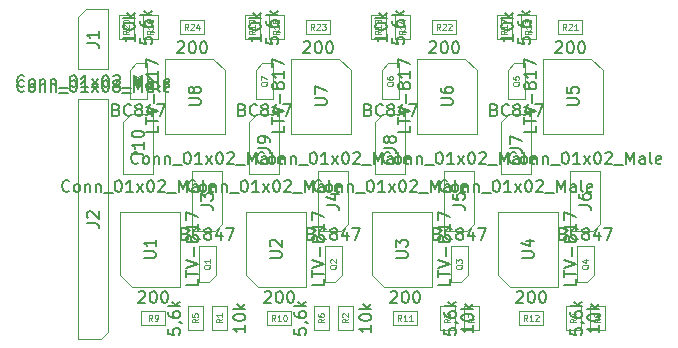
<source format=gbr>
G04 #@! TF.FileFunction,Other,Fab,Top*
%FSLAX46Y46*%
G04 Gerber Fmt 4.6, Leading zero omitted, Abs format (unit mm)*
G04 Created by KiCad (PCBNEW 4.0.7) date 10/27/18 14:09:12*
%MOMM*%
%LPD*%
G01*
G04 APERTURE LIST*
%ADD10C,0.100000*%
%ADD11C,0.150000*%
%ADD12C,0.075000*%
G04 APERTURE END LIST*
D10*
X123317000Y-115062000D02*
X125222000Y-115062000D01*
X125222000Y-115062000D02*
X125222000Y-120142000D01*
X125222000Y-120142000D02*
X122682000Y-120142000D01*
X122682000Y-120142000D02*
X122682000Y-115697000D01*
X122682000Y-115697000D02*
X123317000Y-115062000D01*
X124587000Y-143002000D02*
X122682000Y-143002000D01*
X122682000Y-143002000D02*
X122682000Y-122682000D01*
X122682000Y-122682000D02*
X125222000Y-122682000D01*
X125222000Y-122682000D02*
X125222000Y-142367000D01*
X125222000Y-142367000D02*
X124587000Y-143002000D01*
X134239000Y-133858000D02*
X132334000Y-133858000D01*
X132334000Y-133858000D02*
X132334000Y-128778000D01*
X132334000Y-128778000D02*
X134874000Y-128778000D01*
X134874000Y-128778000D02*
X134874000Y-133223000D01*
X134874000Y-133223000D02*
X134239000Y-133858000D01*
X144907000Y-133858000D02*
X143002000Y-133858000D01*
X143002000Y-133858000D02*
X143002000Y-128778000D01*
X143002000Y-128778000D02*
X145542000Y-128778000D01*
X145542000Y-128778000D02*
X145542000Y-133223000D01*
X145542000Y-133223000D02*
X144907000Y-133858000D01*
X155575000Y-133858000D02*
X153670000Y-133858000D01*
X153670000Y-133858000D02*
X153670000Y-128778000D01*
X153670000Y-128778000D02*
X156210000Y-128778000D01*
X156210000Y-128778000D02*
X156210000Y-133223000D01*
X156210000Y-133223000D02*
X155575000Y-133858000D01*
X166243000Y-133858000D02*
X164338000Y-133858000D01*
X164338000Y-133858000D02*
X164338000Y-128778000D01*
X164338000Y-128778000D02*
X166878000Y-128778000D01*
X166878000Y-128778000D02*
X166878000Y-133223000D01*
X166878000Y-133223000D02*
X166243000Y-133858000D01*
X159131000Y-123952000D02*
X161036000Y-123952000D01*
X161036000Y-123952000D02*
X161036000Y-129032000D01*
X161036000Y-129032000D02*
X158496000Y-129032000D01*
X158496000Y-129032000D02*
X158496000Y-124587000D01*
X158496000Y-124587000D02*
X159131000Y-123952000D01*
X148463000Y-123952000D02*
X150368000Y-123952000D01*
X150368000Y-123952000D02*
X150368000Y-129032000D01*
X150368000Y-129032000D02*
X147828000Y-129032000D01*
X147828000Y-129032000D02*
X147828000Y-124587000D01*
X147828000Y-124587000D02*
X148463000Y-123952000D01*
X137795000Y-123952000D02*
X139700000Y-123952000D01*
X139700000Y-123952000D02*
X139700000Y-129032000D01*
X139700000Y-129032000D02*
X137160000Y-129032000D01*
X137160000Y-129032000D02*
X137160000Y-124587000D01*
X137160000Y-124587000D02*
X137795000Y-123952000D01*
X127127000Y-123952000D02*
X129032000Y-123952000D01*
X129032000Y-123952000D02*
X129032000Y-129032000D01*
X129032000Y-129032000D02*
X126492000Y-129032000D01*
X126492000Y-129032000D02*
X126492000Y-124587000D01*
X126492000Y-124587000D02*
X127127000Y-123952000D01*
X134304000Y-137602000D02*
X134304000Y-135152000D01*
X133754000Y-138172000D02*
X132904000Y-138172000D01*
X134304000Y-137602000D02*
X133754000Y-138172000D01*
X132904000Y-138172000D02*
X132904000Y-135132000D01*
X134304000Y-135132000D02*
X132904000Y-135132000D01*
X144972000Y-137602000D02*
X144972000Y-135152000D01*
X144422000Y-138172000D02*
X143572000Y-138172000D01*
X144972000Y-137602000D02*
X144422000Y-138172000D01*
X143572000Y-138172000D02*
X143572000Y-135132000D01*
X144972000Y-135132000D02*
X143572000Y-135132000D01*
X155640000Y-137602000D02*
X155640000Y-135152000D01*
X155090000Y-138172000D02*
X154240000Y-138172000D01*
X155640000Y-137602000D02*
X155090000Y-138172000D01*
X154240000Y-138172000D02*
X154240000Y-135132000D01*
X155640000Y-135132000D02*
X154240000Y-135132000D01*
X166308000Y-137602000D02*
X166308000Y-135152000D01*
X165758000Y-138172000D02*
X164908000Y-138172000D01*
X166308000Y-137602000D02*
X165758000Y-138172000D01*
X164908000Y-138172000D02*
X164908000Y-135132000D01*
X166308000Y-135132000D02*
X164908000Y-135132000D01*
X159066000Y-120208000D02*
X159066000Y-122658000D01*
X159616000Y-119638000D02*
X160466000Y-119638000D01*
X159066000Y-120208000D02*
X159616000Y-119638000D01*
X160466000Y-119638000D02*
X160466000Y-122678000D01*
X159066000Y-122678000D02*
X160466000Y-122678000D01*
X148398000Y-120208000D02*
X148398000Y-122658000D01*
X148948000Y-119638000D02*
X149798000Y-119638000D01*
X148398000Y-120208000D02*
X148948000Y-119638000D01*
X149798000Y-119638000D02*
X149798000Y-122678000D01*
X148398000Y-122678000D02*
X149798000Y-122678000D01*
X137730000Y-120208000D02*
X137730000Y-122658000D01*
X138280000Y-119638000D02*
X139130000Y-119638000D01*
X137730000Y-120208000D02*
X138280000Y-119638000D01*
X139130000Y-119638000D02*
X139130000Y-122678000D01*
X137730000Y-122678000D02*
X139130000Y-122678000D01*
X127062000Y-120208000D02*
X127062000Y-122658000D01*
X127612000Y-119638000D02*
X128462000Y-119638000D01*
X127062000Y-120208000D02*
X127612000Y-119638000D01*
X128462000Y-119638000D02*
X128462000Y-122678000D01*
X127062000Y-122678000D02*
X128462000Y-122678000D01*
X135240000Y-142224000D02*
X134000000Y-142224000D01*
X135240000Y-140224000D02*
X135240000Y-142224000D01*
X134000000Y-140224000D02*
X135240000Y-140224000D01*
X134000000Y-142224000D02*
X134000000Y-140224000D01*
X145908000Y-142224000D02*
X144668000Y-142224000D01*
X145908000Y-140224000D02*
X145908000Y-142224000D01*
X144668000Y-140224000D02*
X145908000Y-140224000D01*
X144668000Y-142224000D02*
X144668000Y-140224000D01*
X154544000Y-142224000D02*
X153304000Y-142224000D01*
X154544000Y-140224000D02*
X154544000Y-142224000D01*
X153304000Y-140224000D02*
X154544000Y-140224000D01*
X153304000Y-142224000D02*
X153304000Y-140224000D01*
X165212000Y-142224000D02*
X163972000Y-142224000D01*
X165212000Y-140224000D02*
X165212000Y-142224000D01*
X163972000Y-140224000D02*
X165212000Y-140224000D01*
X163972000Y-142224000D02*
X163972000Y-140224000D01*
X131968000Y-140224000D02*
X133208000Y-140224000D01*
X131968000Y-142224000D02*
X131968000Y-140224000D01*
X133208000Y-142224000D02*
X131968000Y-142224000D01*
X133208000Y-140224000D02*
X133208000Y-142224000D01*
X142636000Y-140224000D02*
X143876000Y-140224000D01*
X142636000Y-142224000D02*
X142636000Y-140224000D01*
X143876000Y-142224000D02*
X142636000Y-142224000D01*
X143876000Y-140224000D02*
X143876000Y-142224000D01*
X155336000Y-140224000D02*
X156576000Y-140224000D01*
X155336000Y-142224000D02*
X155336000Y-140224000D01*
X156576000Y-142224000D02*
X155336000Y-142224000D01*
X156576000Y-140224000D02*
X156576000Y-142224000D01*
X166004000Y-140224000D02*
X167244000Y-140224000D01*
X166004000Y-142224000D02*
X166004000Y-140224000D01*
X167244000Y-142224000D02*
X166004000Y-142224000D01*
X167244000Y-140224000D02*
X167244000Y-142224000D01*
X130032000Y-140604000D02*
X130032000Y-141844000D01*
X128032000Y-140604000D02*
X130032000Y-140604000D01*
X128032000Y-141844000D02*
X128032000Y-140604000D01*
X130032000Y-141844000D02*
X128032000Y-141844000D01*
X140700000Y-140604000D02*
X140700000Y-141844000D01*
X138700000Y-140604000D02*
X140700000Y-140604000D01*
X138700000Y-141844000D02*
X138700000Y-140604000D01*
X140700000Y-141844000D02*
X138700000Y-141844000D01*
X151368000Y-140604000D02*
X151368000Y-141844000D01*
X149368000Y-140604000D02*
X151368000Y-140604000D01*
X149368000Y-141844000D02*
X149368000Y-140604000D01*
X151368000Y-141844000D02*
X149368000Y-141844000D01*
X162036000Y-140604000D02*
X162036000Y-141844000D01*
X160036000Y-140604000D02*
X162036000Y-140604000D01*
X160036000Y-141844000D02*
X160036000Y-140604000D01*
X162036000Y-141844000D02*
X160036000Y-141844000D01*
X160162000Y-115586000D02*
X161402000Y-115586000D01*
X160162000Y-117586000D02*
X160162000Y-115586000D01*
X161402000Y-117586000D02*
X160162000Y-117586000D01*
X161402000Y-115586000D02*
X161402000Y-117586000D01*
X149494000Y-115586000D02*
X150734000Y-115586000D01*
X149494000Y-117586000D02*
X149494000Y-115586000D01*
X150734000Y-117586000D02*
X149494000Y-117586000D01*
X150734000Y-115586000D02*
X150734000Y-117586000D01*
X138826000Y-115586000D02*
X140066000Y-115586000D01*
X138826000Y-117586000D02*
X138826000Y-115586000D01*
X140066000Y-117586000D02*
X138826000Y-117586000D01*
X140066000Y-115586000D02*
X140066000Y-117586000D01*
X128158000Y-115586000D02*
X129398000Y-115586000D01*
X128158000Y-117586000D02*
X128158000Y-115586000D01*
X129398000Y-117586000D02*
X128158000Y-117586000D01*
X129398000Y-115586000D02*
X129398000Y-117586000D01*
X159370000Y-117586000D02*
X158130000Y-117586000D01*
X159370000Y-115586000D02*
X159370000Y-117586000D01*
X158130000Y-115586000D02*
X159370000Y-115586000D01*
X158130000Y-117586000D02*
X158130000Y-115586000D01*
X148702000Y-117586000D02*
X147462000Y-117586000D01*
X148702000Y-115586000D02*
X148702000Y-117586000D01*
X147462000Y-115586000D02*
X148702000Y-115586000D01*
X147462000Y-117586000D02*
X147462000Y-115586000D01*
X138034000Y-117586000D02*
X136794000Y-117586000D01*
X138034000Y-115586000D02*
X138034000Y-117586000D01*
X136794000Y-115586000D02*
X138034000Y-115586000D01*
X136794000Y-117586000D02*
X136794000Y-115586000D01*
X127366000Y-117586000D02*
X126126000Y-117586000D01*
X127366000Y-115586000D02*
X127366000Y-117586000D01*
X126126000Y-115586000D02*
X127366000Y-115586000D01*
X126126000Y-117586000D02*
X126126000Y-115586000D01*
X163338000Y-117206000D02*
X163338000Y-115966000D01*
X165338000Y-117206000D02*
X163338000Y-117206000D01*
X165338000Y-115966000D02*
X165338000Y-117206000D01*
X163338000Y-115966000D02*
X165338000Y-115966000D01*
X152670000Y-117206000D02*
X152670000Y-115966000D01*
X154670000Y-117206000D02*
X152670000Y-117206000D01*
X154670000Y-115966000D02*
X154670000Y-117206000D01*
X152670000Y-115966000D02*
X154670000Y-115966000D01*
X142002000Y-117206000D02*
X142002000Y-115966000D01*
X144002000Y-117206000D02*
X142002000Y-117206000D01*
X144002000Y-115966000D02*
X144002000Y-117206000D01*
X142002000Y-115966000D02*
X144002000Y-115966000D01*
X131334000Y-117206000D02*
X131334000Y-115966000D01*
X133334000Y-117206000D02*
X131334000Y-117206000D01*
X133334000Y-115966000D02*
X133334000Y-117206000D01*
X131334000Y-115966000D02*
X133334000Y-115966000D01*
X126238000Y-137557000D02*
X126238000Y-132207000D01*
X126238000Y-132207000D02*
X131318000Y-132207000D01*
X131318000Y-132207000D02*
X131318000Y-138557000D01*
X131318000Y-138557000D02*
X127238000Y-138557000D01*
X127238000Y-138557000D02*
X126238000Y-137557000D01*
X136906000Y-137557000D02*
X136906000Y-132207000D01*
X136906000Y-132207000D02*
X141986000Y-132207000D01*
X141986000Y-132207000D02*
X141986000Y-138557000D01*
X141986000Y-138557000D02*
X137906000Y-138557000D01*
X137906000Y-138557000D02*
X136906000Y-137557000D01*
X147574000Y-137557000D02*
X147574000Y-132207000D01*
X147574000Y-132207000D02*
X152654000Y-132207000D01*
X152654000Y-132207000D02*
X152654000Y-138557000D01*
X152654000Y-138557000D02*
X148574000Y-138557000D01*
X148574000Y-138557000D02*
X147574000Y-137557000D01*
X158242000Y-137557000D02*
X158242000Y-132207000D01*
X158242000Y-132207000D02*
X163322000Y-132207000D01*
X163322000Y-132207000D02*
X163322000Y-138557000D01*
X163322000Y-138557000D02*
X159242000Y-138557000D01*
X159242000Y-138557000D02*
X158242000Y-137557000D01*
X167132000Y-120253000D02*
X167132000Y-125603000D01*
X167132000Y-125603000D02*
X162052000Y-125603000D01*
X162052000Y-125603000D02*
X162052000Y-119253000D01*
X162052000Y-119253000D02*
X166132000Y-119253000D01*
X166132000Y-119253000D02*
X167132000Y-120253000D01*
X156464000Y-120253000D02*
X156464000Y-125603000D01*
X156464000Y-125603000D02*
X151384000Y-125603000D01*
X151384000Y-125603000D02*
X151384000Y-119253000D01*
X151384000Y-119253000D02*
X155464000Y-119253000D01*
X155464000Y-119253000D02*
X156464000Y-120253000D01*
X145796000Y-120253000D02*
X145796000Y-125603000D01*
X145796000Y-125603000D02*
X140716000Y-125603000D01*
X140716000Y-125603000D02*
X140716000Y-119253000D01*
X140716000Y-119253000D02*
X144796000Y-119253000D01*
X144796000Y-119253000D02*
X145796000Y-120253000D01*
X135128000Y-120253000D02*
X135128000Y-125603000D01*
X135128000Y-125603000D02*
X130048000Y-125603000D01*
X130048000Y-125603000D02*
X130048000Y-119253000D01*
X130048000Y-119253000D02*
X134128000Y-119253000D01*
X134128000Y-119253000D02*
X135128000Y-120253000D01*
D11*
X118118666Y-121559143D02*
X118071047Y-121606762D01*
X117928190Y-121654381D01*
X117832952Y-121654381D01*
X117690094Y-121606762D01*
X117594856Y-121511524D01*
X117547237Y-121416286D01*
X117499618Y-121225810D01*
X117499618Y-121082952D01*
X117547237Y-120892476D01*
X117594856Y-120797238D01*
X117690094Y-120702000D01*
X117832952Y-120654381D01*
X117928190Y-120654381D01*
X118071047Y-120702000D01*
X118118666Y-120749619D01*
X118690094Y-121654381D02*
X118594856Y-121606762D01*
X118547237Y-121559143D01*
X118499618Y-121463905D01*
X118499618Y-121178190D01*
X118547237Y-121082952D01*
X118594856Y-121035333D01*
X118690094Y-120987714D01*
X118832952Y-120987714D01*
X118928190Y-121035333D01*
X118975809Y-121082952D01*
X119023428Y-121178190D01*
X119023428Y-121463905D01*
X118975809Y-121559143D01*
X118928190Y-121606762D01*
X118832952Y-121654381D01*
X118690094Y-121654381D01*
X119451999Y-120987714D02*
X119451999Y-121654381D01*
X119451999Y-121082952D02*
X119499618Y-121035333D01*
X119594856Y-120987714D01*
X119737714Y-120987714D01*
X119832952Y-121035333D01*
X119880571Y-121130571D01*
X119880571Y-121654381D01*
X120356761Y-120987714D02*
X120356761Y-121654381D01*
X120356761Y-121082952D02*
X120404380Y-121035333D01*
X120499618Y-120987714D01*
X120642476Y-120987714D01*
X120737714Y-121035333D01*
X120785333Y-121130571D01*
X120785333Y-121654381D01*
X121023428Y-121749619D02*
X121785333Y-121749619D01*
X122213904Y-120654381D02*
X122309143Y-120654381D01*
X122404381Y-120702000D01*
X122452000Y-120749619D01*
X122499619Y-120844857D01*
X122547238Y-121035333D01*
X122547238Y-121273429D01*
X122499619Y-121463905D01*
X122452000Y-121559143D01*
X122404381Y-121606762D01*
X122309143Y-121654381D01*
X122213904Y-121654381D01*
X122118666Y-121606762D01*
X122071047Y-121559143D01*
X122023428Y-121463905D01*
X121975809Y-121273429D01*
X121975809Y-121035333D01*
X122023428Y-120844857D01*
X122071047Y-120749619D01*
X122118666Y-120702000D01*
X122213904Y-120654381D01*
X123499619Y-121654381D02*
X122928190Y-121654381D01*
X123213904Y-121654381D02*
X123213904Y-120654381D01*
X123118666Y-120797238D01*
X123023428Y-120892476D01*
X122928190Y-120940095D01*
X123832952Y-121654381D02*
X124356762Y-120987714D01*
X123832952Y-120987714D02*
X124356762Y-121654381D01*
X124928190Y-120654381D02*
X125023429Y-120654381D01*
X125118667Y-120702000D01*
X125166286Y-120749619D01*
X125213905Y-120844857D01*
X125261524Y-121035333D01*
X125261524Y-121273429D01*
X125213905Y-121463905D01*
X125166286Y-121559143D01*
X125118667Y-121606762D01*
X125023429Y-121654381D01*
X124928190Y-121654381D01*
X124832952Y-121606762D01*
X124785333Y-121559143D01*
X124737714Y-121463905D01*
X124690095Y-121273429D01*
X124690095Y-121035333D01*
X124737714Y-120844857D01*
X124785333Y-120749619D01*
X124832952Y-120702000D01*
X124928190Y-120654381D01*
X125642476Y-120749619D02*
X125690095Y-120702000D01*
X125785333Y-120654381D01*
X126023429Y-120654381D01*
X126118667Y-120702000D01*
X126166286Y-120749619D01*
X126213905Y-120844857D01*
X126213905Y-120940095D01*
X126166286Y-121082952D01*
X125594857Y-121654381D01*
X126213905Y-121654381D01*
X126404381Y-121749619D02*
X127166286Y-121749619D01*
X127404381Y-121654381D02*
X127404381Y-120654381D01*
X127737715Y-121368667D01*
X128071048Y-120654381D01*
X128071048Y-121654381D01*
X128975810Y-121654381D02*
X128975810Y-121130571D01*
X128928191Y-121035333D01*
X128832953Y-120987714D01*
X128642476Y-120987714D01*
X128547238Y-121035333D01*
X128975810Y-121606762D02*
X128880572Y-121654381D01*
X128642476Y-121654381D01*
X128547238Y-121606762D01*
X128499619Y-121511524D01*
X128499619Y-121416286D01*
X128547238Y-121321048D01*
X128642476Y-121273429D01*
X128880572Y-121273429D01*
X128975810Y-121225810D01*
X129594857Y-121654381D02*
X129499619Y-121606762D01*
X129452000Y-121511524D01*
X129452000Y-120654381D01*
X130356763Y-121606762D02*
X130261525Y-121654381D01*
X130071048Y-121654381D01*
X129975810Y-121606762D01*
X129928191Y-121511524D01*
X129928191Y-121130571D01*
X129975810Y-121035333D01*
X130071048Y-120987714D01*
X130261525Y-120987714D01*
X130356763Y-121035333D01*
X130404382Y-121130571D01*
X130404382Y-121225810D01*
X129928191Y-121321048D01*
X123404381Y-117935333D02*
X124118667Y-117935333D01*
X124261524Y-117982953D01*
X124356762Y-118078191D01*
X124404381Y-118221048D01*
X124404381Y-118316286D01*
X124404381Y-116935333D02*
X124404381Y-117506762D01*
X124404381Y-117221048D02*
X123404381Y-117221048D01*
X123547238Y-117316286D01*
X123642476Y-117411524D01*
X123690095Y-117506762D01*
X118118666Y-121979143D02*
X118071047Y-122026762D01*
X117928190Y-122074381D01*
X117832952Y-122074381D01*
X117690094Y-122026762D01*
X117594856Y-121931524D01*
X117547237Y-121836286D01*
X117499618Y-121645810D01*
X117499618Y-121502952D01*
X117547237Y-121312476D01*
X117594856Y-121217238D01*
X117690094Y-121122000D01*
X117832952Y-121074381D01*
X117928190Y-121074381D01*
X118071047Y-121122000D01*
X118118666Y-121169619D01*
X118690094Y-122074381D02*
X118594856Y-122026762D01*
X118547237Y-121979143D01*
X118499618Y-121883905D01*
X118499618Y-121598190D01*
X118547237Y-121502952D01*
X118594856Y-121455333D01*
X118690094Y-121407714D01*
X118832952Y-121407714D01*
X118928190Y-121455333D01*
X118975809Y-121502952D01*
X119023428Y-121598190D01*
X119023428Y-121883905D01*
X118975809Y-121979143D01*
X118928190Y-122026762D01*
X118832952Y-122074381D01*
X118690094Y-122074381D01*
X119451999Y-121407714D02*
X119451999Y-122074381D01*
X119451999Y-121502952D02*
X119499618Y-121455333D01*
X119594856Y-121407714D01*
X119737714Y-121407714D01*
X119832952Y-121455333D01*
X119880571Y-121550571D01*
X119880571Y-122074381D01*
X120356761Y-121407714D02*
X120356761Y-122074381D01*
X120356761Y-121502952D02*
X120404380Y-121455333D01*
X120499618Y-121407714D01*
X120642476Y-121407714D01*
X120737714Y-121455333D01*
X120785333Y-121550571D01*
X120785333Y-122074381D01*
X121023428Y-122169619D02*
X121785333Y-122169619D01*
X122213904Y-121074381D02*
X122309143Y-121074381D01*
X122404381Y-121122000D01*
X122452000Y-121169619D01*
X122499619Y-121264857D01*
X122547238Y-121455333D01*
X122547238Y-121693429D01*
X122499619Y-121883905D01*
X122452000Y-121979143D01*
X122404381Y-122026762D01*
X122309143Y-122074381D01*
X122213904Y-122074381D01*
X122118666Y-122026762D01*
X122071047Y-121979143D01*
X122023428Y-121883905D01*
X121975809Y-121693429D01*
X121975809Y-121455333D01*
X122023428Y-121264857D01*
X122071047Y-121169619D01*
X122118666Y-121122000D01*
X122213904Y-121074381D01*
X123499619Y-122074381D02*
X122928190Y-122074381D01*
X123213904Y-122074381D02*
X123213904Y-121074381D01*
X123118666Y-121217238D01*
X123023428Y-121312476D01*
X122928190Y-121360095D01*
X123832952Y-122074381D02*
X124356762Y-121407714D01*
X123832952Y-121407714D02*
X124356762Y-122074381D01*
X124928190Y-121074381D02*
X125023429Y-121074381D01*
X125118667Y-121122000D01*
X125166286Y-121169619D01*
X125213905Y-121264857D01*
X125261524Y-121455333D01*
X125261524Y-121693429D01*
X125213905Y-121883905D01*
X125166286Y-121979143D01*
X125118667Y-122026762D01*
X125023429Y-122074381D01*
X124928190Y-122074381D01*
X124832952Y-122026762D01*
X124785333Y-121979143D01*
X124737714Y-121883905D01*
X124690095Y-121693429D01*
X124690095Y-121455333D01*
X124737714Y-121264857D01*
X124785333Y-121169619D01*
X124832952Y-121122000D01*
X124928190Y-121074381D01*
X125832952Y-121502952D02*
X125737714Y-121455333D01*
X125690095Y-121407714D01*
X125642476Y-121312476D01*
X125642476Y-121264857D01*
X125690095Y-121169619D01*
X125737714Y-121122000D01*
X125832952Y-121074381D01*
X126023429Y-121074381D01*
X126118667Y-121122000D01*
X126166286Y-121169619D01*
X126213905Y-121264857D01*
X126213905Y-121312476D01*
X126166286Y-121407714D01*
X126118667Y-121455333D01*
X126023429Y-121502952D01*
X125832952Y-121502952D01*
X125737714Y-121550571D01*
X125690095Y-121598190D01*
X125642476Y-121693429D01*
X125642476Y-121883905D01*
X125690095Y-121979143D01*
X125737714Y-122026762D01*
X125832952Y-122074381D01*
X126023429Y-122074381D01*
X126118667Y-122026762D01*
X126166286Y-121979143D01*
X126213905Y-121883905D01*
X126213905Y-121693429D01*
X126166286Y-121598190D01*
X126118667Y-121550571D01*
X126023429Y-121502952D01*
X126404381Y-122169619D02*
X127166286Y-122169619D01*
X127404381Y-122074381D02*
X127404381Y-121074381D01*
X127737715Y-121788667D01*
X128071048Y-121074381D01*
X128071048Y-122074381D01*
X128975810Y-122074381D02*
X128975810Y-121550571D01*
X128928191Y-121455333D01*
X128832953Y-121407714D01*
X128642476Y-121407714D01*
X128547238Y-121455333D01*
X128975810Y-122026762D02*
X128880572Y-122074381D01*
X128642476Y-122074381D01*
X128547238Y-122026762D01*
X128499619Y-121931524D01*
X128499619Y-121836286D01*
X128547238Y-121741048D01*
X128642476Y-121693429D01*
X128880572Y-121693429D01*
X128975810Y-121645810D01*
X129594857Y-122074381D02*
X129499619Y-122026762D01*
X129452000Y-121931524D01*
X129452000Y-121074381D01*
X130356763Y-122026762D02*
X130261525Y-122074381D01*
X130071048Y-122074381D01*
X129975810Y-122026762D01*
X129928191Y-121931524D01*
X129928191Y-121550571D01*
X129975810Y-121455333D01*
X130071048Y-121407714D01*
X130261525Y-121407714D01*
X130356763Y-121455333D01*
X130404382Y-121550571D01*
X130404382Y-121645810D01*
X129928191Y-121741048D01*
X123404381Y-133175333D02*
X124118667Y-133175333D01*
X124261524Y-133222953D01*
X124356762Y-133318191D01*
X124404381Y-133461048D01*
X124404381Y-133556286D01*
X123499619Y-132746762D02*
X123452000Y-132699143D01*
X123404381Y-132603905D01*
X123404381Y-132365809D01*
X123452000Y-132270571D01*
X123499619Y-132222952D01*
X123594857Y-132175333D01*
X123690095Y-132175333D01*
X123832952Y-132222952D01*
X124404381Y-132794381D01*
X124404381Y-132175333D01*
X127770666Y-128075143D02*
X127723047Y-128122762D01*
X127580190Y-128170381D01*
X127484952Y-128170381D01*
X127342094Y-128122762D01*
X127246856Y-128027524D01*
X127199237Y-127932286D01*
X127151618Y-127741810D01*
X127151618Y-127598952D01*
X127199237Y-127408476D01*
X127246856Y-127313238D01*
X127342094Y-127218000D01*
X127484952Y-127170381D01*
X127580190Y-127170381D01*
X127723047Y-127218000D01*
X127770666Y-127265619D01*
X128342094Y-128170381D02*
X128246856Y-128122762D01*
X128199237Y-128075143D01*
X128151618Y-127979905D01*
X128151618Y-127694190D01*
X128199237Y-127598952D01*
X128246856Y-127551333D01*
X128342094Y-127503714D01*
X128484952Y-127503714D01*
X128580190Y-127551333D01*
X128627809Y-127598952D01*
X128675428Y-127694190D01*
X128675428Y-127979905D01*
X128627809Y-128075143D01*
X128580190Y-128122762D01*
X128484952Y-128170381D01*
X128342094Y-128170381D01*
X129103999Y-127503714D02*
X129103999Y-128170381D01*
X129103999Y-127598952D02*
X129151618Y-127551333D01*
X129246856Y-127503714D01*
X129389714Y-127503714D01*
X129484952Y-127551333D01*
X129532571Y-127646571D01*
X129532571Y-128170381D01*
X130008761Y-127503714D02*
X130008761Y-128170381D01*
X130008761Y-127598952D02*
X130056380Y-127551333D01*
X130151618Y-127503714D01*
X130294476Y-127503714D01*
X130389714Y-127551333D01*
X130437333Y-127646571D01*
X130437333Y-128170381D01*
X130675428Y-128265619D02*
X131437333Y-128265619D01*
X131865904Y-127170381D02*
X131961143Y-127170381D01*
X132056381Y-127218000D01*
X132104000Y-127265619D01*
X132151619Y-127360857D01*
X132199238Y-127551333D01*
X132199238Y-127789429D01*
X132151619Y-127979905D01*
X132104000Y-128075143D01*
X132056381Y-128122762D01*
X131961143Y-128170381D01*
X131865904Y-128170381D01*
X131770666Y-128122762D01*
X131723047Y-128075143D01*
X131675428Y-127979905D01*
X131627809Y-127789429D01*
X131627809Y-127551333D01*
X131675428Y-127360857D01*
X131723047Y-127265619D01*
X131770666Y-127218000D01*
X131865904Y-127170381D01*
X133151619Y-128170381D02*
X132580190Y-128170381D01*
X132865904Y-128170381D02*
X132865904Y-127170381D01*
X132770666Y-127313238D01*
X132675428Y-127408476D01*
X132580190Y-127456095D01*
X133484952Y-128170381D02*
X134008762Y-127503714D01*
X133484952Y-127503714D02*
X134008762Y-128170381D01*
X134580190Y-127170381D02*
X134675429Y-127170381D01*
X134770667Y-127218000D01*
X134818286Y-127265619D01*
X134865905Y-127360857D01*
X134913524Y-127551333D01*
X134913524Y-127789429D01*
X134865905Y-127979905D01*
X134818286Y-128075143D01*
X134770667Y-128122762D01*
X134675429Y-128170381D01*
X134580190Y-128170381D01*
X134484952Y-128122762D01*
X134437333Y-128075143D01*
X134389714Y-127979905D01*
X134342095Y-127789429D01*
X134342095Y-127551333D01*
X134389714Y-127360857D01*
X134437333Y-127265619D01*
X134484952Y-127218000D01*
X134580190Y-127170381D01*
X135294476Y-127265619D02*
X135342095Y-127218000D01*
X135437333Y-127170381D01*
X135675429Y-127170381D01*
X135770667Y-127218000D01*
X135818286Y-127265619D01*
X135865905Y-127360857D01*
X135865905Y-127456095D01*
X135818286Y-127598952D01*
X135246857Y-128170381D01*
X135865905Y-128170381D01*
X136056381Y-128265619D02*
X136818286Y-128265619D01*
X137056381Y-128170381D02*
X137056381Y-127170381D01*
X137389715Y-127884667D01*
X137723048Y-127170381D01*
X137723048Y-128170381D01*
X138627810Y-128170381D02*
X138627810Y-127646571D01*
X138580191Y-127551333D01*
X138484953Y-127503714D01*
X138294476Y-127503714D01*
X138199238Y-127551333D01*
X138627810Y-128122762D02*
X138532572Y-128170381D01*
X138294476Y-128170381D01*
X138199238Y-128122762D01*
X138151619Y-128027524D01*
X138151619Y-127932286D01*
X138199238Y-127837048D01*
X138294476Y-127789429D01*
X138532572Y-127789429D01*
X138627810Y-127741810D01*
X139246857Y-128170381D02*
X139151619Y-128122762D01*
X139104000Y-128027524D01*
X139104000Y-127170381D01*
X140008763Y-128122762D02*
X139913525Y-128170381D01*
X139723048Y-128170381D01*
X139627810Y-128122762D01*
X139580191Y-128027524D01*
X139580191Y-127646571D01*
X139627810Y-127551333D01*
X139723048Y-127503714D01*
X139913525Y-127503714D01*
X140008763Y-127551333D01*
X140056382Y-127646571D01*
X140056382Y-127741810D01*
X139580191Y-127837048D01*
X133056381Y-131651333D02*
X133770667Y-131651333D01*
X133913524Y-131698953D01*
X134008762Y-131794191D01*
X134056381Y-131937048D01*
X134056381Y-132032286D01*
X133056381Y-131270381D02*
X133056381Y-130651333D01*
X133437333Y-130984667D01*
X133437333Y-130841809D01*
X133484952Y-130746571D01*
X133532571Y-130698952D01*
X133627810Y-130651333D01*
X133865905Y-130651333D01*
X133961143Y-130698952D01*
X134008762Y-130746571D01*
X134056381Y-130841809D01*
X134056381Y-131127524D01*
X134008762Y-131222762D01*
X133961143Y-131270381D01*
X138438666Y-128075143D02*
X138391047Y-128122762D01*
X138248190Y-128170381D01*
X138152952Y-128170381D01*
X138010094Y-128122762D01*
X137914856Y-128027524D01*
X137867237Y-127932286D01*
X137819618Y-127741810D01*
X137819618Y-127598952D01*
X137867237Y-127408476D01*
X137914856Y-127313238D01*
X138010094Y-127218000D01*
X138152952Y-127170381D01*
X138248190Y-127170381D01*
X138391047Y-127218000D01*
X138438666Y-127265619D01*
X139010094Y-128170381D02*
X138914856Y-128122762D01*
X138867237Y-128075143D01*
X138819618Y-127979905D01*
X138819618Y-127694190D01*
X138867237Y-127598952D01*
X138914856Y-127551333D01*
X139010094Y-127503714D01*
X139152952Y-127503714D01*
X139248190Y-127551333D01*
X139295809Y-127598952D01*
X139343428Y-127694190D01*
X139343428Y-127979905D01*
X139295809Y-128075143D01*
X139248190Y-128122762D01*
X139152952Y-128170381D01*
X139010094Y-128170381D01*
X139771999Y-127503714D02*
X139771999Y-128170381D01*
X139771999Y-127598952D02*
X139819618Y-127551333D01*
X139914856Y-127503714D01*
X140057714Y-127503714D01*
X140152952Y-127551333D01*
X140200571Y-127646571D01*
X140200571Y-128170381D01*
X140676761Y-127503714D02*
X140676761Y-128170381D01*
X140676761Y-127598952D02*
X140724380Y-127551333D01*
X140819618Y-127503714D01*
X140962476Y-127503714D01*
X141057714Y-127551333D01*
X141105333Y-127646571D01*
X141105333Y-128170381D01*
X141343428Y-128265619D02*
X142105333Y-128265619D01*
X142533904Y-127170381D02*
X142629143Y-127170381D01*
X142724381Y-127218000D01*
X142772000Y-127265619D01*
X142819619Y-127360857D01*
X142867238Y-127551333D01*
X142867238Y-127789429D01*
X142819619Y-127979905D01*
X142772000Y-128075143D01*
X142724381Y-128122762D01*
X142629143Y-128170381D01*
X142533904Y-128170381D01*
X142438666Y-128122762D01*
X142391047Y-128075143D01*
X142343428Y-127979905D01*
X142295809Y-127789429D01*
X142295809Y-127551333D01*
X142343428Y-127360857D01*
X142391047Y-127265619D01*
X142438666Y-127218000D01*
X142533904Y-127170381D01*
X143819619Y-128170381D02*
X143248190Y-128170381D01*
X143533904Y-128170381D02*
X143533904Y-127170381D01*
X143438666Y-127313238D01*
X143343428Y-127408476D01*
X143248190Y-127456095D01*
X144152952Y-128170381D02*
X144676762Y-127503714D01*
X144152952Y-127503714D02*
X144676762Y-128170381D01*
X145248190Y-127170381D02*
X145343429Y-127170381D01*
X145438667Y-127218000D01*
X145486286Y-127265619D01*
X145533905Y-127360857D01*
X145581524Y-127551333D01*
X145581524Y-127789429D01*
X145533905Y-127979905D01*
X145486286Y-128075143D01*
X145438667Y-128122762D01*
X145343429Y-128170381D01*
X145248190Y-128170381D01*
X145152952Y-128122762D01*
X145105333Y-128075143D01*
X145057714Y-127979905D01*
X145010095Y-127789429D01*
X145010095Y-127551333D01*
X145057714Y-127360857D01*
X145105333Y-127265619D01*
X145152952Y-127218000D01*
X145248190Y-127170381D01*
X145962476Y-127265619D02*
X146010095Y-127218000D01*
X146105333Y-127170381D01*
X146343429Y-127170381D01*
X146438667Y-127218000D01*
X146486286Y-127265619D01*
X146533905Y-127360857D01*
X146533905Y-127456095D01*
X146486286Y-127598952D01*
X145914857Y-128170381D01*
X146533905Y-128170381D01*
X146724381Y-128265619D02*
X147486286Y-128265619D01*
X147724381Y-128170381D02*
X147724381Y-127170381D01*
X148057715Y-127884667D01*
X148391048Y-127170381D01*
X148391048Y-128170381D01*
X149295810Y-128170381D02*
X149295810Y-127646571D01*
X149248191Y-127551333D01*
X149152953Y-127503714D01*
X148962476Y-127503714D01*
X148867238Y-127551333D01*
X149295810Y-128122762D02*
X149200572Y-128170381D01*
X148962476Y-128170381D01*
X148867238Y-128122762D01*
X148819619Y-128027524D01*
X148819619Y-127932286D01*
X148867238Y-127837048D01*
X148962476Y-127789429D01*
X149200572Y-127789429D01*
X149295810Y-127741810D01*
X149914857Y-128170381D02*
X149819619Y-128122762D01*
X149772000Y-128027524D01*
X149772000Y-127170381D01*
X150676763Y-128122762D02*
X150581525Y-128170381D01*
X150391048Y-128170381D01*
X150295810Y-128122762D01*
X150248191Y-128027524D01*
X150248191Y-127646571D01*
X150295810Y-127551333D01*
X150391048Y-127503714D01*
X150581525Y-127503714D01*
X150676763Y-127551333D01*
X150724382Y-127646571D01*
X150724382Y-127741810D01*
X150248191Y-127837048D01*
X143724381Y-131651333D02*
X144438667Y-131651333D01*
X144581524Y-131698953D01*
X144676762Y-131794191D01*
X144724381Y-131937048D01*
X144724381Y-132032286D01*
X144057714Y-130746571D02*
X144724381Y-130746571D01*
X143676762Y-130984667D02*
X144391048Y-131222762D01*
X144391048Y-130603714D01*
X149106666Y-128075143D02*
X149059047Y-128122762D01*
X148916190Y-128170381D01*
X148820952Y-128170381D01*
X148678094Y-128122762D01*
X148582856Y-128027524D01*
X148535237Y-127932286D01*
X148487618Y-127741810D01*
X148487618Y-127598952D01*
X148535237Y-127408476D01*
X148582856Y-127313238D01*
X148678094Y-127218000D01*
X148820952Y-127170381D01*
X148916190Y-127170381D01*
X149059047Y-127218000D01*
X149106666Y-127265619D01*
X149678094Y-128170381D02*
X149582856Y-128122762D01*
X149535237Y-128075143D01*
X149487618Y-127979905D01*
X149487618Y-127694190D01*
X149535237Y-127598952D01*
X149582856Y-127551333D01*
X149678094Y-127503714D01*
X149820952Y-127503714D01*
X149916190Y-127551333D01*
X149963809Y-127598952D01*
X150011428Y-127694190D01*
X150011428Y-127979905D01*
X149963809Y-128075143D01*
X149916190Y-128122762D01*
X149820952Y-128170381D01*
X149678094Y-128170381D01*
X150439999Y-127503714D02*
X150439999Y-128170381D01*
X150439999Y-127598952D02*
X150487618Y-127551333D01*
X150582856Y-127503714D01*
X150725714Y-127503714D01*
X150820952Y-127551333D01*
X150868571Y-127646571D01*
X150868571Y-128170381D01*
X151344761Y-127503714D02*
X151344761Y-128170381D01*
X151344761Y-127598952D02*
X151392380Y-127551333D01*
X151487618Y-127503714D01*
X151630476Y-127503714D01*
X151725714Y-127551333D01*
X151773333Y-127646571D01*
X151773333Y-128170381D01*
X152011428Y-128265619D02*
X152773333Y-128265619D01*
X153201904Y-127170381D02*
X153297143Y-127170381D01*
X153392381Y-127218000D01*
X153440000Y-127265619D01*
X153487619Y-127360857D01*
X153535238Y-127551333D01*
X153535238Y-127789429D01*
X153487619Y-127979905D01*
X153440000Y-128075143D01*
X153392381Y-128122762D01*
X153297143Y-128170381D01*
X153201904Y-128170381D01*
X153106666Y-128122762D01*
X153059047Y-128075143D01*
X153011428Y-127979905D01*
X152963809Y-127789429D01*
X152963809Y-127551333D01*
X153011428Y-127360857D01*
X153059047Y-127265619D01*
X153106666Y-127218000D01*
X153201904Y-127170381D01*
X154487619Y-128170381D02*
X153916190Y-128170381D01*
X154201904Y-128170381D02*
X154201904Y-127170381D01*
X154106666Y-127313238D01*
X154011428Y-127408476D01*
X153916190Y-127456095D01*
X154820952Y-128170381D02*
X155344762Y-127503714D01*
X154820952Y-127503714D02*
X155344762Y-128170381D01*
X155916190Y-127170381D02*
X156011429Y-127170381D01*
X156106667Y-127218000D01*
X156154286Y-127265619D01*
X156201905Y-127360857D01*
X156249524Y-127551333D01*
X156249524Y-127789429D01*
X156201905Y-127979905D01*
X156154286Y-128075143D01*
X156106667Y-128122762D01*
X156011429Y-128170381D01*
X155916190Y-128170381D01*
X155820952Y-128122762D01*
X155773333Y-128075143D01*
X155725714Y-127979905D01*
X155678095Y-127789429D01*
X155678095Y-127551333D01*
X155725714Y-127360857D01*
X155773333Y-127265619D01*
X155820952Y-127218000D01*
X155916190Y-127170381D01*
X156630476Y-127265619D02*
X156678095Y-127218000D01*
X156773333Y-127170381D01*
X157011429Y-127170381D01*
X157106667Y-127218000D01*
X157154286Y-127265619D01*
X157201905Y-127360857D01*
X157201905Y-127456095D01*
X157154286Y-127598952D01*
X156582857Y-128170381D01*
X157201905Y-128170381D01*
X157392381Y-128265619D02*
X158154286Y-128265619D01*
X158392381Y-128170381D02*
X158392381Y-127170381D01*
X158725715Y-127884667D01*
X159059048Y-127170381D01*
X159059048Y-128170381D01*
X159963810Y-128170381D02*
X159963810Y-127646571D01*
X159916191Y-127551333D01*
X159820953Y-127503714D01*
X159630476Y-127503714D01*
X159535238Y-127551333D01*
X159963810Y-128122762D02*
X159868572Y-128170381D01*
X159630476Y-128170381D01*
X159535238Y-128122762D01*
X159487619Y-128027524D01*
X159487619Y-127932286D01*
X159535238Y-127837048D01*
X159630476Y-127789429D01*
X159868572Y-127789429D01*
X159963810Y-127741810D01*
X160582857Y-128170381D02*
X160487619Y-128122762D01*
X160440000Y-128027524D01*
X160440000Y-127170381D01*
X161344763Y-128122762D02*
X161249525Y-128170381D01*
X161059048Y-128170381D01*
X160963810Y-128122762D01*
X160916191Y-128027524D01*
X160916191Y-127646571D01*
X160963810Y-127551333D01*
X161059048Y-127503714D01*
X161249525Y-127503714D01*
X161344763Y-127551333D01*
X161392382Y-127646571D01*
X161392382Y-127741810D01*
X160916191Y-127837048D01*
X154392381Y-131651333D02*
X155106667Y-131651333D01*
X155249524Y-131698953D01*
X155344762Y-131794191D01*
X155392381Y-131937048D01*
X155392381Y-132032286D01*
X154392381Y-130698952D02*
X154392381Y-131175143D01*
X154868571Y-131222762D01*
X154820952Y-131175143D01*
X154773333Y-131079905D01*
X154773333Y-130841809D01*
X154820952Y-130746571D01*
X154868571Y-130698952D01*
X154963810Y-130651333D01*
X155201905Y-130651333D01*
X155297143Y-130698952D01*
X155344762Y-130746571D01*
X155392381Y-130841809D01*
X155392381Y-131079905D01*
X155344762Y-131175143D01*
X155297143Y-131222762D01*
X159774666Y-128075143D02*
X159727047Y-128122762D01*
X159584190Y-128170381D01*
X159488952Y-128170381D01*
X159346094Y-128122762D01*
X159250856Y-128027524D01*
X159203237Y-127932286D01*
X159155618Y-127741810D01*
X159155618Y-127598952D01*
X159203237Y-127408476D01*
X159250856Y-127313238D01*
X159346094Y-127218000D01*
X159488952Y-127170381D01*
X159584190Y-127170381D01*
X159727047Y-127218000D01*
X159774666Y-127265619D01*
X160346094Y-128170381D02*
X160250856Y-128122762D01*
X160203237Y-128075143D01*
X160155618Y-127979905D01*
X160155618Y-127694190D01*
X160203237Y-127598952D01*
X160250856Y-127551333D01*
X160346094Y-127503714D01*
X160488952Y-127503714D01*
X160584190Y-127551333D01*
X160631809Y-127598952D01*
X160679428Y-127694190D01*
X160679428Y-127979905D01*
X160631809Y-128075143D01*
X160584190Y-128122762D01*
X160488952Y-128170381D01*
X160346094Y-128170381D01*
X161107999Y-127503714D02*
X161107999Y-128170381D01*
X161107999Y-127598952D02*
X161155618Y-127551333D01*
X161250856Y-127503714D01*
X161393714Y-127503714D01*
X161488952Y-127551333D01*
X161536571Y-127646571D01*
X161536571Y-128170381D01*
X162012761Y-127503714D02*
X162012761Y-128170381D01*
X162012761Y-127598952D02*
X162060380Y-127551333D01*
X162155618Y-127503714D01*
X162298476Y-127503714D01*
X162393714Y-127551333D01*
X162441333Y-127646571D01*
X162441333Y-128170381D01*
X162679428Y-128265619D02*
X163441333Y-128265619D01*
X163869904Y-127170381D02*
X163965143Y-127170381D01*
X164060381Y-127218000D01*
X164108000Y-127265619D01*
X164155619Y-127360857D01*
X164203238Y-127551333D01*
X164203238Y-127789429D01*
X164155619Y-127979905D01*
X164108000Y-128075143D01*
X164060381Y-128122762D01*
X163965143Y-128170381D01*
X163869904Y-128170381D01*
X163774666Y-128122762D01*
X163727047Y-128075143D01*
X163679428Y-127979905D01*
X163631809Y-127789429D01*
X163631809Y-127551333D01*
X163679428Y-127360857D01*
X163727047Y-127265619D01*
X163774666Y-127218000D01*
X163869904Y-127170381D01*
X165155619Y-128170381D02*
X164584190Y-128170381D01*
X164869904Y-128170381D02*
X164869904Y-127170381D01*
X164774666Y-127313238D01*
X164679428Y-127408476D01*
X164584190Y-127456095D01*
X165488952Y-128170381D02*
X166012762Y-127503714D01*
X165488952Y-127503714D02*
X166012762Y-128170381D01*
X166584190Y-127170381D02*
X166679429Y-127170381D01*
X166774667Y-127218000D01*
X166822286Y-127265619D01*
X166869905Y-127360857D01*
X166917524Y-127551333D01*
X166917524Y-127789429D01*
X166869905Y-127979905D01*
X166822286Y-128075143D01*
X166774667Y-128122762D01*
X166679429Y-128170381D01*
X166584190Y-128170381D01*
X166488952Y-128122762D01*
X166441333Y-128075143D01*
X166393714Y-127979905D01*
X166346095Y-127789429D01*
X166346095Y-127551333D01*
X166393714Y-127360857D01*
X166441333Y-127265619D01*
X166488952Y-127218000D01*
X166584190Y-127170381D01*
X167298476Y-127265619D02*
X167346095Y-127218000D01*
X167441333Y-127170381D01*
X167679429Y-127170381D01*
X167774667Y-127218000D01*
X167822286Y-127265619D01*
X167869905Y-127360857D01*
X167869905Y-127456095D01*
X167822286Y-127598952D01*
X167250857Y-128170381D01*
X167869905Y-128170381D01*
X168060381Y-128265619D02*
X168822286Y-128265619D01*
X169060381Y-128170381D02*
X169060381Y-127170381D01*
X169393715Y-127884667D01*
X169727048Y-127170381D01*
X169727048Y-128170381D01*
X170631810Y-128170381D02*
X170631810Y-127646571D01*
X170584191Y-127551333D01*
X170488953Y-127503714D01*
X170298476Y-127503714D01*
X170203238Y-127551333D01*
X170631810Y-128122762D02*
X170536572Y-128170381D01*
X170298476Y-128170381D01*
X170203238Y-128122762D01*
X170155619Y-128027524D01*
X170155619Y-127932286D01*
X170203238Y-127837048D01*
X170298476Y-127789429D01*
X170536572Y-127789429D01*
X170631810Y-127741810D01*
X171250857Y-128170381D02*
X171155619Y-128122762D01*
X171108000Y-128027524D01*
X171108000Y-127170381D01*
X172012763Y-128122762D02*
X171917525Y-128170381D01*
X171727048Y-128170381D01*
X171631810Y-128122762D01*
X171584191Y-128027524D01*
X171584191Y-127646571D01*
X171631810Y-127551333D01*
X171727048Y-127503714D01*
X171917525Y-127503714D01*
X172012763Y-127551333D01*
X172060382Y-127646571D01*
X172060382Y-127741810D01*
X171584191Y-127837048D01*
X165060381Y-131651333D02*
X165774667Y-131651333D01*
X165917524Y-131698953D01*
X166012762Y-131794191D01*
X166060381Y-131937048D01*
X166060381Y-132032286D01*
X165060381Y-130746571D02*
X165060381Y-130937048D01*
X165108000Y-131032286D01*
X165155619Y-131079905D01*
X165298476Y-131175143D01*
X165488952Y-131222762D01*
X165869905Y-131222762D01*
X165965143Y-131175143D01*
X166012762Y-131127524D01*
X166060381Y-131032286D01*
X166060381Y-130841809D01*
X166012762Y-130746571D01*
X165965143Y-130698952D01*
X165869905Y-130651333D01*
X165631810Y-130651333D01*
X165536571Y-130698952D01*
X165488952Y-130746571D01*
X165441333Y-130841809D01*
X165441333Y-131032286D01*
X165488952Y-131127524D01*
X165536571Y-131175143D01*
X165631810Y-131222762D01*
X153932666Y-130449143D02*
X153885047Y-130496762D01*
X153742190Y-130544381D01*
X153646952Y-130544381D01*
X153504094Y-130496762D01*
X153408856Y-130401524D01*
X153361237Y-130306286D01*
X153313618Y-130115810D01*
X153313618Y-129972952D01*
X153361237Y-129782476D01*
X153408856Y-129687238D01*
X153504094Y-129592000D01*
X153646952Y-129544381D01*
X153742190Y-129544381D01*
X153885047Y-129592000D01*
X153932666Y-129639619D01*
X154504094Y-130544381D02*
X154408856Y-130496762D01*
X154361237Y-130449143D01*
X154313618Y-130353905D01*
X154313618Y-130068190D01*
X154361237Y-129972952D01*
X154408856Y-129925333D01*
X154504094Y-129877714D01*
X154646952Y-129877714D01*
X154742190Y-129925333D01*
X154789809Y-129972952D01*
X154837428Y-130068190D01*
X154837428Y-130353905D01*
X154789809Y-130449143D01*
X154742190Y-130496762D01*
X154646952Y-130544381D01*
X154504094Y-130544381D01*
X155265999Y-129877714D02*
X155265999Y-130544381D01*
X155265999Y-129972952D02*
X155313618Y-129925333D01*
X155408856Y-129877714D01*
X155551714Y-129877714D01*
X155646952Y-129925333D01*
X155694571Y-130020571D01*
X155694571Y-130544381D01*
X156170761Y-129877714D02*
X156170761Y-130544381D01*
X156170761Y-129972952D02*
X156218380Y-129925333D01*
X156313618Y-129877714D01*
X156456476Y-129877714D01*
X156551714Y-129925333D01*
X156599333Y-130020571D01*
X156599333Y-130544381D01*
X156837428Y-130639619D02*
X157599333Y-130639619D01*
X158027904Y-129544381D02*
X158123143Y-129544381D01*
X158218381Y-129592000D01*
X158266000Y-129639619D01*
X158313619Y-129734857D01*
X158361238Y-129925333D01*
X158361238Y-130163429D01*
X158313619Y-130353905D01*
X158266000Y-130449143D01*
X158218381Y-130496762D01*
X158123143Y-130544381D01*
X158027904Y-130544381D01*
X157932666Y-130496762D01*
X157885047Y-130449143D01*
X157837428Y-130353905D01*
X157789809Y-130163429D01*
X157789809Y-129925333D01*
X157837428Y-129734857D01*
X157885047Y-129639619D01*
X157932666Y-129592000D01*
X158027904Y-129544381D01*
X159313619Y-130544381D02*
X158742190Y-130544381D01*
X159027904Y-130544381D02*
X159027904Y-129544381D01*
X158932666Y-129687238D01*
X158837428Y-129782476D01*
X158742190Y-129830095D01*
X159646952Y-130544381D02*
X160170762Y-129877714D01*
X159646952Y-129877714D02*
X160170762Y-130544381D01*
X160742190Y-129544381D02*
X160837429Y-129544381D01*
X160932667Y-129592000D01*
X160980286Y-129639619D01*
X161027905Y-129734857D01*
X161075524Y-129925333D01*
X161075524Y-130163429D01*
X161027905Y-130353905D01*
X160980286Y-130449143D01*
X160932667Y-130496762D01*
X160837429Y-130544381D01*
X160742190Y-130544381D01*
X160646952Y-130496762D01*
X160599333Y-130449143D01*
X160551714Y-130353905D01*
X160504095Y-130163429D01*
X160504095Y-129925333D01*
X160551714Y-129734857D01*
X160599333Y-129639619D01*
X160646952Y-129592000D01*
X160742190Y-129544381D01*
X161456476Y-129639619D02*
X161504095Y-129592000D01*
X161599333Y-129544381D01*
X161837429Y-129544381D01*
X161932667Y-129592000D01*
X161980286Y-129639619D01*
X162027905Y-129734857D01*
X162027905Y-129830095D01*
X161980286Y-129972952D01*
X161408857Y-130544381D01*
X162027905Y-130544381D01*
X162218381Y-130639619D02*
X162980286Y-130639619D01*
X163218381Y-130544381D02*
X163218381Y-129544381D01*
X163551715Y-130258667D01*
X163885048Y-129544381D01*
X163885048Y-130544381D01*
X164789810Y-130544381D02*
X164789810Y-130020571D01*
X164742191Y-129925333D01*
X164646953Y-129877714D01*
X164456476Y-129877714D01*
X164361238Y-129925333D01*
X164789810Y-130496762D02*
X164694572Y-130544381D01*
X164456476Y-130544381D01*
X164361238Y-130496762D01*
X164313619Y-130401524D01*
X164313619Y-130306286D01*
X164361238Y-130211048D01*
X164456476Y-130163429D01*
X164694572Y-130163429D01*
X164789810Y-130115810D01*
X165408857Y-130544381D02*
X165313619Y-130496762D01*
X165266000Y-130401524D01*
X165266000Y-129544381D01*
X166170763Y-130496762D02*
X166075525Y-130544381D01*
X165885048Y-130544381D01*
X165789810Y-130496762D01*
X165742191Y-130401524D01*
X165742191Y-130020571D01*
X165789810Y-129925333D01*
X165885048Y-129877714D01*
X166075525Y-129877714D01*
X166170763Y-129925333D01*
X166218382Y-130020571D01*
X166218382Y-130115810D01*
X165742191Y-130211048D01*
X159218381Y-126825333D02*
X159932667Y-126825333D01*
X160075524Y-126872953D01*
X160170762Y-126968191D01*
X160218381Y-127111048D01*
X160218381Y-127206286D01*
X159218381Y-126444381D02*
X159218381Y-125777714D01*
X160218381Y-126206286D01*
X143264666Y-130449143D02*
X143217047Y-130496762D01*
X143074190Y-130544381D01*
X142978952Y-130544381D01*
X142836094Y-130496762D01*
X142740856Y-130401524D01*
X142693237Y-130306286D01*
X142645618Y-130115810D01*
X142645618Y-129972952D01*
X142693237Y-129782476D01*
X142740856Y-129687238D01*
X142836094Y-129592000D01*
X142978952Y-129544381D01*
X143074190Y-129544381D01*
X143217047Y-129592000D01*
X143264666Y-129639619D01*
X143836094Y-130544381D02*
X143740856Y-130496762D01*
X143693237Y-130449143D01*
X143645618Y-130353905D01*
X143645618Y-130068190D01*
X143693237Y-129972952D01*
X143740856Y-129925333D01*
X143836094Y-129877714D01*
X143978952Y-129877714D01*
X144074190Y-129925333D01*
X144121809Y-129972952D01*
X144169428Y-130068190D01*
X144169428Y-130353905D01*
X144121809Y-130449143D01*
X144074190Y-130496762D01*
X143978952Y-130544381D01*
X143836094Y-130544381D01*
X144597999Y-129877714D02*
X144597999Y-130544381D01*
X144597999Y-129972952D02*
X144645618Y-129925333D01*
X144740856Y-129877714D01*
X144883714Y-129877714D01*
X144978952Y-129925333D01*
X145026571Y-130020571D01*
X145026571Y-130544381D01*
X145502761Y-129877714D02*
X145502761Y-130544381D01*
X145502761Y-129972952D02*
X145550380Y-129925333D01*
X145645618Y-129877714D01*
X145788476Y-129877714D01*
X145883714Y-129925333D01*
X145931333Y-130020571D01*
X145931333Y-130544381D01*
X146169428Y-130639619D02*
X146931333Y-130639619D01*
X147359904Y-129544381D02*
X147455143Y-129544381D01*
X147550381Y-129592000D01*
X147598000Y-129639619D01*
X147645619Y-129734857D01*
X147693238Y-129925333D01*
X147693238Y-130163429D01*
X147645619Y-130353905D01*
X147598000Y-130449143D01*
X147550381Y-130496762D01*
X147455143Y-130544381D01*
X147359904Y-130544381D01*
X147264666Y-130496762D01*
X147217047Y-130449143D01*
X147169428Y-130353905D01*
X147121809Y-130163429D01*
X147121809Y-129925333D01*
X147169428Y-129734857D01*
X147217047Y-129639619D01*
X147264666Y-129592000D01*
X147359904Y-129544381D01*
X148645619Y-130544381D02*
X148074190Y-130544381D01*
X148359904Y-130544381D02*
X148359904Y-129544381D01*
X148264666Y-129687238D01*
X148169428Y-129782476D01*
X148074190Y-129830095D01*
X148978952Y-130544381D02*
X149502762Y-129877714D01*
X148978952Y-129877714D02*
X149502762Y-130544381D01*
X150074190Y-129544381D02*
X150169429Y-129544381D01*
X150264667Y-129592000D01*
X150312286Y-129639619D01*
X150359905Y-129734857D01*
X150407524Y-129925333D01*
X150407524Y-130163429D01*
X150359905Y-130353905D01*
X150312286Y-130449143D01*
X150264667Y-130496762D01*
X150169429Y-130544381D01*
X150074190Y-130544381D01*
X149978952Y-130496762D01*
X149931333Y-130449143D01*
X149883714Y-130353905D01*
X149836095Y-130163429D01*
X149836095Y-129925333D01*
X149883714Y-129734857D01*
X149931333Y-129639619D01*
X149978952Y-129592000D01*
X150074190Y-129544381D01*
X150788476Y-129639619D02*
X150836095Y-129592000D01*
X150931333Y-129544381D01*
X151169429Y-129544381D01*
X151264667Y-129592000D01*
X151312286Y-129639619D01*
X151359905Y-129734857D01*
X151359905Y-129830095D01*
X151312286Y-129972952D01*
X150740857Y-130544381D01*
X151359905Y-130544381D01*
X151550381Y-130639619D02*
X152312286Y-130639619D01*
X152550381Y-130544381D02*
X152550381Y-129544381D01*
X152883715Y-130258667D01*
X153217048Y-129544381D01*
X153217048Y-130544381D01*
X154121810Y-130544381D02*
X154121810Y-130020571D01*
X154074191Y-129925333D01*
X153978953Y-129877714D01*
X153788476Y-129877714D01*
X153693238Y-129925333D01*
X154121810Y-130496762D02*
X154026572Y-130544381D01*
X153788476Y-130544381D01*
X153693238Y-130496762D01*
X153645619Y-130401524D01*
X153645619Y-130306286D01*
X153693238Y-130211048D01*
X153788476Y-130163429D01*
X154026572Y-130163429D01*
X154121810Y-130115810D01*
X154740857Y-130544381D02*
X154645619Y-130496762D01*
X154598000Y-130401524D01*
X154598000Y-129544381D01*
X155502763Y-130496762D02*
X155407525Y-130544381D01*
X155217048Y-130544381D01*
X155121810Y-130496762D01*
X155074191Y-130401524D01*
X155074191Y-130020571D01*
X155121810Y-129925333D01*
X155217048Y-129877714D01*
X155407525Y-129877714D01*
X155502763Y-129925333D01*
X155550382Y-130020571D01*
X155550382Y-130115810D01*
X155074191Y-130211048D01*
X148550381Y-126825333D02*
X149264667Y-126825333D01*
X149407524Y-126872953D01*
X149502762Y-126968191D01*
X149550381Y-127111048D01*
X149550381Y-127206286D01*
X148978952Y-126206286D02*
X148931333Y-126301524D01*
X148883714Y-126349143D01*
X148788476Y-126396762D01*
X148740857Y-126396762D01*
X148645619Y-126349143D01*
X148598000Y-126301524D01*
X148550381Y-126206286D01*
X148550381Y-126015809D01*
X148598000Y-125920571D01*
X148645619Y-125872952D01*
X148740857Y-125825333D01*
X148788476Y-125825333D01*
X148883714Y-125872952D01*
X148931333Y-125920571D01*
X148978952Y-126015809D01*
X148978952Y-126206286D01*
X149026571Y-126301524D01*
X149074190Y-126349143D01*
X149169429Y-126396762D01*
X149359905Y-126396762D01*
X149455143Y-126349143D01*
X149502762Y-126301524D01*
X149550381Y-126206286D01*
X149550381Y-126015809D01*
X149502762Y-125920571D01*
X149455143Y-125872952D01*
X149359905Y-125825333D01*
X149169429Y-125825333D01*
X149074190Y-125872952D01*
X149026571Y-125920571D01*
X148978952Y-126015809D01*
X132596666Y-130449143D02*
X132549047Y-130496762D01*
X132406190Y-130544381D01*
X132310952Y-130544381D01*
X132168094Y-130496762D01*
X132072856Y-130401524D01*
X132025237Y-130306286D01*
X131977618Y-130115810D01*
X131977618Y-129972952D01*
X132025237Y-129782476D01*
X132072856Y-129687238D01*
X132168094Y-129592000D01*
X132310952Y-129544381D01*
X132406190Y-129544381D01*
X132549047Y-129592000D01*
X132596666Y-129639619D01*
X133168094Y-130544381D02*
X133072856Y-130496762D01*
X133025237Y-130449143D01*
X132977618Y-130353905D01*
X132977618Y-130068190D01*
X133025237Y-129972952D01*
X133072856Y-129925333D01*
X133168094Y-129877714D01*
X133310952Y-129877714D01*
X133406190Y-129925333D01*
X133453809Y-129972952D01*
X133501428Y-130068190D01*
X133501428Y-130353905D01*
X133453809Y-130449143D01*
X133406190Y-130496762D01*
X133310952Y-130544381D01*
X133168094Y-130544381D01*
X133929999Y-129877714D02*
X133929999Y-130544381D01*
X133929999Y-129972952D02*
X133977618Y-129925333D01*
X134072856Y-129877714D01*
X134215714Y-129877714D01*
X134310952Y-129925333D01*
X134358571Y-130020571D01*
X134358571Y-130544381D01*
X134834761Y-129877714D02*
X134834761Y-130544381D01*
X134834761Y-129972952D02*
X134882380Y-129925333D01*
X134977618Y-129877714D01*
X135120476Y-129877714D01*
X135215714Y-129925333D01*
X135263333Y-130020571D01*
X135263333Y-130544381D01*
X135501428Y-130639619D02*
X136263333Y-130639619D01*
X136691904Y-129544381D02*
X136787143Y-129544381D01*
X136882381Y-129592000D01*
X136930000Y-129639619D01*
X136977619Y-129734857D01*
X137025238Y-129925333D01*
X137025238Y-130163429D01*
X136977619Y-130353905D01*
X136930000Y-130449143D01*
X136882381Y-130496762D01*
X136787143Y-130544381D01*
X136691904Y-130544381D01*
X136596666Y-130496762D01*
X136549047Y-130449143D01*
X136501428Y-130353905D01*
X136453809Y-130163429D01*
X136453809Y-129925333D01*
X136501428Y-129734857D01*
X136549047Y-129639619D01*
X136596666Y-129592000D01*
X136691904Y-129544381D01*
X137977619Y-130544381D02*
X137406190Y-130544381D01*
X137691904Y-130544381D02*
X137691904Y-129544381D01*
X137596666Y-129687238D01*
X137501428Y-129782476D01*
X137406190Y-129830095D01*
X138310952Y-130544381D02*
X138834762Y-129877714D01*
X138310952Y-129877714D02*
X138834762Y-130544381D01*
X139406190Y-129544381D02*
X139501429Y-129544381D01*
X139596667Y-129592000D01*
X139644286Y-129639619D01*
X139691905Y-129734857D01*
X139739524Y-129925333D01*
X139739524Y-130163429D01*
X139691905Y-130353905D01*
X139644286Y-130449143D01*
X139596667Y-130496762D01*
X139501429Y-130544381D01*
X139406190Y-130544381D01*
X139310952Y-130496762D01*
X139263333Y-130449143D01*
X139215714Y-130353905D01*
X139168095Y-130163429D01*
X139168095Y-129925333D01*
X139215714Y-129734857D01*
X139263333Y-129639619D01*
X139310952Y-129592000D01*
X139406190Y-129544381D01*
X140120476Y-129639619D02*
X140168095Y-129592000D01*
X140263333Y-129544381D01*
X140501429Y-129544381D01*
X140596667Y-129592000D01*
X140644286Y-129639619D01*
X140691905Y-129734857D01*
X140691905Y-129830095D01*
X140644286Y-129972952D01*
X140072857Y-130544381D01*
X140691905Y-130544381D01*
X140882381Y-130639619D02*
X141644286Y-130639619D01*
X141882381Y-130544381D02*
X141882381Y-129544381D01*
X142215715Y-130258667D01*
X142549048Y-129544381D01*
X142549048Y-130544381D01*
X143453810Y-130544381D02*
X143453810Y-130020571D01*
X143406191Y-129925333D01*
X143310953Y-129877714D01*
X143120476Y-129877714D01*
X143025238Y-129925333D01*
X143453810Y-130496762D02*
X143358572Y-130544381D01*
X143120476Y-130544381D01*
X143025238Y-130496762D01*
X142977619Y-130401524D01*
X142977619Y-130306286D01*
X143025238Y-130211048D01*
X143120476Y-130163429D01*
X143358572Y-130163429D01*
X143453810Y-130115810D01*
X144072857Y-130544381D02*
X143977619Y-130496762D01*
X143930000Y-130401524D01*
X143930000Y-129544381D01*
X144834763Y-130496762D02*
X144739525Y-130544381D01*
X144549048Y-130544381D01*
X144453810Y-130496762D01*
X144406191Y-130401524D01*
X144406191Y-130020571D01*
X144453810Y-129925333D01*
X144549048Y-129877714D01*
X144739525Y-129877714D01*
X144834763Y-129925333D01*
X144882382Y-130020571D01*
X144882382Y-130115810D01*
X144406191Y-130211048D01*
X137882381Y-126825333D02*
X138596667Y-126825333D01*
X138739524Y-126872953D01*
X138834762Y-126968191D01*
X138882381Y-127111048D01*
X138882381Y-127206286D01*
X138882381Y-126301524D02*
X138882381Y-126111048D01*
X138834762Y-126015809D01*
X138787143Y-125968190D01*
X138644286Y-125872952D01*
X138453810Y-125825333D01*
X138072857Y-125825333D01*
X137977619Y-125872952D01*
X137930000Y-125920571D01*
X137882381Y-126015809D01*
X137882381Y-126206286D01*
X137930000Y-126301524D01*
X137977619Y-126349143D01*
X138072857Y-126396762D01*
X138310952Y-126396762D01*
X138406190Y-126349143D01*
X138453810Y-126301524D01*
X138501429Y-126206286D01*
X138501429Y-126015809D01*
X138453810Y-125920571D01*
X138406190Y-125872952D01*
X138310952Y-125825333D01*
X121928666Y-130449143D02*
X121881047Y-130496762D01*
X121738190Y-130544381D01*
X121642952Y-130544381D01*
X121500094Y-130496762D01*
X121404856Y-130401524D01*
X121357237Y-130306286D01*
X121309618Y-130115810D01*
X121309618Y-129972952D01*
X121357237Y-129782476D01*
X121404856Y-129687238D01*
X121500094Y-129592000D01*
X121642952Y-129544381D01*
X121738190Y-129544381D01*
X121881047Y-129592000D01*
X121928666Y-129639619D01*
X122500094Y-130544381D02*
X122404856Y-130496762D01*
X122357237Y-130449143D01*
X122309618Y-130353905D01*
X122309618Y-130068190D01*
X122357237Y-129972952D01*
X122404856Y-129925333D01*
X122500094Y-129877714D01*
X122642952Y-129877714D01*
X122738190Y-129925333D01*
X122785809Y-129972952D01*
X122833428Y-130068190D01*
X122833428Y-130353905D01*
X122785809Y-130449143D01*
X122738190Y-130496762D01*
X122642952Y-130544381D01*
X122500094Y-130544381D01*
X123261999Y-129877714D02*
X123261999Y-130544381D01*
X123261999Y-129972952D02*
X123309618Y-129925333D01*
X123404856Y-129877714D01*
X123547714Y-129877714D01*
X123642952Y-129925333D01*
X123690571Y-130020571D01*
X123690571Y-130544381D01*
X124166761Y-129877714D02*
X124166761Y-130544381D01*
X124166761Y-129972952D02*
X124214380Y-129925333D01*
X124309618Y-129877714D01*
X124452476Y-129877714D01*
X124547714Y-129925333D01*
X124595333Y-130020571D01*
X124595333Y-130544381D01*
X124833428Y-130639619D02*
X125595333Y-130639619D01*
X126023904Y-129544381D02*
X126119143Y-129544381D01*
X126214381Y-129592000D01*
X126262000Y-129639619D01*
X126309619Y-129734857D01*
X126357238Y-129925333D01*
X126357238Y-130163429D01*
X126309619Y-130353905D01*
X126262000Y-130449143D01*
X126214381Y-130496762D01*
X126119143Y-130544381D01*
X126023904Y-130544381D01*
X125928666Y-130496762D01*
X125881047Y-130449143D01*
X125833428Y-130353905D01*
X125785809Y-130163429D01*
X125785809Y-129925333D01*
X125833428Y-129734857D01*
X125881047Y-129639619D01*
X125928666Y-129592000D01*
X126023904Y-129544381D01*
X127309619Y-130544381D02*
X126738190Y-130544381D01*
X127023904Y-130544381D02*
X127023904Y-129544381D01*
X126928666Y-129687238D01*
X126833428Y-129782476D01*
X126738190Y-129830095D01*
X127642952Y-130544381D02*
X128166762Y-129877714D01*
X127642952Y-129877714D02*
X128166762Y-130544381D01*
X128738190Y-129544381D02*
X128833429Y-129544381D01*
X128928667Y-129592000D01*
X128976286Y-129639619D01*
X129023905Y-129734857D01*
X129071524Y-129925333D01*
X129071524Y-130163429D01*
X129023905Y-130353905D01*
X128976286Y-130449143D01*
X128928667Y-130496762D01*
X128833429Y-130544381D01*
X128738190Y-130544381D01*
X128642952Y-130496762D01*
X128595333Y-130449143D01*
X128547714Y-130353905D01*
X128500095Y-130163429D01*
X128500095Y-129925333D01*
X128547714Y-129734857D01*
X128595333Y-129639619D01*
X128642952Y-129592000D01*
X128738190Y-129544381D01*
X129452476Y-129639619D02*
X129500095Y-129592000D01*
X129595333Y-129544381D01*
X129833429Y-129544381D01*
X129928667Y-129592000D01*
X129976286Y-129639619D01*
X130023905Y-129734857D01*
X130023905Y-129830095D01*
X129976286Y-129972952D01*
X129404857Y-130544381D01*
X130023905Y-130544381D01*
X130214381Y-130639619D02*
X130976286Y-130639619D01*
X131214381Y-130544381D02*
X131214381Y-129544381D01*
X131547715Y-130258667D01*
X131881048Y-129544381D01*
X131881048Y-130544381D01*
X132785810Y-130544381D02*
X132785810Y-130020571D01*
X132738191Y-129925333D01*
X132642953Y-129877714D01*
X132452476Y-129877714D01*
X132357238Y-129925333D01*
X132785810Y-130496762D02*
X132690572Y-130544381D01*
X132452476Y-130544381D01*
X132357238Y-130496762D01*
X132309619Y-130401524D01*
X132309619Y-130306286D01*
X132357238Y-130211048D01*
X132452476Y-130163429D01*
X132690572Y-130163429D01*
X132785810Y-130115810D01*
X133404857Y-130544381D02*
X133309619Y-130496762D01*
X133262000Y-130401524D01*
X133262000Y-129544381D01*
X134166763Y-130496762D02*
X134071525Y-130544381D01*
X133881048Y-130544381D01*
X133785810Y-130496762D01*
X133738191Y-130401524D01*
X133738191Y-130020571D01*
X133785810Y-129925333D01*
X133881048Y-129877714D01*
X134071525Y-129877714D01*
X134166763Y-129925333D01*
X134214382Y-130020571D01*
X134214382Y-130115810D01*
X133738191Y-130211048D01*
X127214381Y-127301523D02*
X127928667Y-127301523D01*
X128071524Y-127349143D01*
X128166762Y-127444381D01*
X128214381Y-127587238D01*
X128214381Y-127682476D01*
X128214381Y-126301523D02*
X128214381Y-126872952D01*
X128214381Y-126587238D02*
X127214381Y-126587238D01*
X127357238Y-126682476D01*
X127452476Y-126777714D01*
X127500095Y-126872952D01*
X127214381Y-125682476D02*
X127214381Y-125587237D01*
X127262000Y-125491999D01*
X127309619Y-125444380D01*
X127404857Y-125396761D01*
X127595333Y-125349142D01*
X127833429Y-125349142D01*
X128023905Y-125396761D01*
X128119143Y-125444380D01*
X128166762Y-125491999D01*
X128214381Y-125587237D01*
X128214381Y-125682476D01*
X128166762Y-125777714D01*
X128119143Y-125825333D01*
X128023905Y-125872952D01*
X127833429Y-125920571D01*
X127595333Y-125920571D01*
X127404857Y-125872952D01*
X127309619Y-125825333D01*
X127262000Y-125777714D01*
X127214381Y-125682476D01*
X131746858Y-134080571D02*
X131889715Y-134128190D01*
X131937334Y-134175810D01*
X131984953Y-134271048D01*
X131984953Y-134413905D01*
X131937334Y-134509143D01*
X131889715Y-134556762D01*
X131794477Y-134604381D01*
X131413524Y-134604381D01*
X131413524Y-133604381D01*
X131746858Y-133604381D01*
X131842096Y-133652000D01*
X131889715Y-133699619D01*
X131937334Y-133794857D01*
X131937334Y-133890095D01*
X131889715Y-133985333D01*
X131842096Y-134032952D01*
X131746858Y-134080571D01*
X131413524Y-134080571D01*
X132984953Y-134509143D02*
X132937334Y-134556762D01*
X132794477Y-134604381D01*
X132699239Y-134604381D01*
X132556381Y-134556762D01*
X132461143Y-134461524D01*
X132413524Y-134366286D01*
X132365905Y-134175810D01*
X132365905Y-134032952D01*
X132413524Y-133842476D01*
X132461143Y-133747238D01*
X132556381Y-133652000D01*
X132699239Y-133604381D01*
X132794477Y-133604381D01*
X132937334Y-133652000D01*
X132984953Y-133699619D01*
X133556381Y-134032952D02*
X133461143Y-133985333D01*
X133413524Y-133937714D01*
X133365905Y-133842476D01*
X133365905Y-133794857D01*
X133413524Y-133699619D01*
X133461143Y-133652000D01*
X133556381Y-133604381D01*
X133746858Y-133604381D01*
X133842096Y-133652000D01*
X133889715Y-133699619D01*
X133937334Y-133794857D01*
X133937334Y-133842476D01*
X133889715Y-133937714D01*
X133842096Y-133985333D01*
X133746858Y-134032952D01*
X133556381Y-134032952D01*
X133461143Y-134080571D01*
X133413524Y-134128190D01*
X133365905Y-134223429D01*
X133365905Y-134413905D01*
X133413524Y-134509143D01*
X133461143Y-134556762D01*
X133556381Y-134604381D01*
X133746858Y-134604381D01*
X133842096Y-134556762D01*
X133889715Y-134509143D01*
X133937334Y-134413905D01*
X133937334Y-134223429D01*
X133889715Y-134128190D01*
X133842096Y-134080571D01*
X133746858Y-134032952D01*
X134794477Y-133937714D02*
X134794477Y-134604381D01*
X134556381Y-133556762D02*
X134318286Y-134271048D01*
X134937334Y-134271048D01*
X135223048Y-133604381D02*
X135889715Y-133604381D01*
X135461143Y-134604381D01*
D12*
X133877810Y-136699619D02*
X133854000Y-136747238D01*
X133806381Y-136794857D01*
X133734952Y-136866286D01*
X133711143Y-136913905D01*
X133711143Y-136961524D01*
X133830190Y-136937714D02*
X133806381Y-136985333D01*
X133758762Y-137032952D01*
X133663524Y-137056762D01*
X133496857Y-137056762D01*
X133401619Y-137032952D01*
X133354000Y-136985333D01*
X133330190Y-136937714D01*
X133330190Y-136842476D01*
X133354000Y-136794857D01*
X133401619Y-136747238D01*
X133496857Y-136723429D01*
X133663524Y-136723429D01*
X133758762Y-136747238D01*
X133806381Y-136794857D01*
X133830190Y-136842476D01*
X133830190Y-136937714D01*
X133830190Y-136247238D02*
X133830190Y-136532952D01*
X133830190Y-136390095D02*
X133330190Y-136390095D01*
X133401619Y-136437714D01*
X133449238Y-136485333D01*
X133473048Y-136532952D01*
D11*
X142414858Y-134080571D02*
X142557715Y-134128190D01*
X142605334Y-134175810D01*
X142652953Y-134271048D01*
X142652953Y-134413905D01*
X142605334Y-134509143D01*
X142557715Y-134556762D01*
X142462477Y-134604381D01*
X142081524Y-134604381D01*
X142081524Y-133604381D01*
X142414858Y-133604381D01*
X142510096Y-133652000D01*
X142557715Y-133699619D01*
X142605334Y-133794857D01*
X142605334Y-133890095D01*
X142557715Y-133985333D01*
X142510096Y-134032952D01*
X142414858Y-134080571D01*
X142081524Y-134080571D01*
X143652953Y-134509143D02*
X143605334Y-134556762D01*
X143462477Y-134604381D01*
X143367239Y-134604381D01*
X143224381Y-134556762D01*
X143129143Y-134461524D01*
X143081524Y-134366286D01*
X143033905Y-134175810D01*
X143033905Y-134032952D01*
X143081524Y-133842476D01*
X143129143Y-133747238D01*
X143224381Y-133652000D01*
X143367239Y-133604381D01*
X143462477Y-133604381D01*
X143605334Y-133652000D01*
X143652953Y-133699619D01*
X144224381Y-134032952D02*
X144129143Y-133985333D01*
X144081524Y-133937714D01*
X144033905Y-133842476D01*
X144033905Y-133794857D01*
X144081524Y-133699619D01*
X144129143Y-133652000D01*
X144224381Y-133604381D01*
X144414858Y-133604381D01*
X144510096Y-133652000D01*
X144557715Y-133699619D01*
X144605334Y-133794857D01*
X144605334Y-133842476D01*
X144557715Y-133937714D01*
X144510096Y-133985333D01*
X144414858Y-134032952D01*
X144224381Y-134032952D01*
X144129143Y-134080571D01*
X144081524Y-134128190D01*
X144033905Y-134223429D01*
X144033905Y-134413905D01*
X144081524Y-134509143D01*
X144129143Y-134556762D01*
X144224381Y-134604381D01*
X144414858Y-134604381D01*
X144510096Y-134556762D01*
X144557715Y-134509143D01*
X144605334Y-134413905D01*
X144605334Y-134223429D01*
X144557715Y-134128190D01*
X144510096Y-134080571D01*
X144414858Y-134032952D01*
X145462477Y-133937714D02*
X145462477Y-134604381D01*
X145224381Y-133556762D02*
X144986286Y-134271048D01*
X145605334Y-134271048D01*
X145891048Y-133604381D02*
X146557715Y-133604381D01*
X146129143Y-134604381D01*
D12*
X144545810Y-136699619D02*
X144522000Y-136747238D01*
X144474381Y-136794857D01*
X144402952Y-136866286D01*
X144379143Y-136913905D01*
X144379143Y-136961524D01*
X144498190Y-136937714D02*
X144474381Y-136985333D01*
X144426762Y-137032952D01*
X144331524Y-137056762D01*
X144164857Y-137056762D01*
X144069619Y-137032952D01*
X144022000Y-136985333D01*
X143998190Y-136937714D01*
X143998190Y-136842476D01*
X144022000Y-136794857D01*
X144069619Y-136747238D01*
X144164857Y-136723429D01*
X144331524Y-136723429D01*
X144426762Y-136747238D01*
X144474381Y-136794857D01*
X144498190Y-136842476D01*
X144498190Y-136937714D01*
X144045810Y-136532952D02*
X144022000Y-136509142D01*
X143998190Y-136461523D01*
X143998190Y-136342476D01*
X144022000Y-136294857D01*
X144045810Y-136271047D01*
X144093429Y-136247238D01*
X144141048Y-136247238D01*
X144212476Y-136271047D01*
X144498190Y-136556761D01*
X144498190Y-136247238D01*
D11*
X153082858Y-134080571D02*
X153225715Y-134128190D01*
X153273334Y-134175810D01*
X153320953Y-134271048D01*
X153320953Y-134413905D01*
X153273334Y-134509143D01*
X153225715Y-134556762D01*
X153130477Y-134604381D01*
X152749524Y-134604381D01*
X152749524Y-133604381D01*
X153082858Y-133604381D01*
X153178096Y-133652000D01*
X153225715Y-133699619D01*
X153273334Y-133794857D01*
X153273334Y-133890095D01*
X153225715Y-133985333D01*
X153178096Y-134032952D01*
X153082858Y-134080571D01*
X152749524Y-134080571D01*
X154320953Y-134509143D02*
X154273334Y-134556762D01*
X154130477Y-134604381D01*
X154035239Y-134604381D01*
X153892381Y-134556762D01*
X153797143Y-134461524D01*
X153749524Y-134366286D01*
X153701905Y-134175810D01*
X153701905Y-134032952D01*
X153749524Y-133842476D01*
X153797143Y-133747238D01*
X153892381Y-133652000D01*
X154035239Y-133604381D01*
X154130477Y-133604381D01*
X154273334Y-133652000D01*
X154320953Y-133699619D01*
X154892381Y-134032952D02*
X154797143Y-133985333D01*
X154749524Y-133937714D01*
X154701905Y-133842476D01*
X154701905Y-133794857D01*
X154749524Y-133699619D01*
X154797143Y-133652000D01*
X154892381Y-133604381D01*
X155082858Y-133604381D01*
X155178096Y-133652000D01*
X155225715Y-133699619D01*
X155273334Y-133794857D01*
X155273334Y-133842476D01*
X155225715Y-133937714D01*
X155178096Y-133985333D01*
X155082858Y-134032952D01*
X154892381Y-134032952D01*
X154797143Y-134080571D01*
X154749524Y-134128190D01*
X154701905Y-134223429D01*
X154701905Y-134413905D01*
X154749524Y-134509143D01*
X154797143Y-134556762D01*
X154892381Y-134604381D01*
X155082858Y-134604381D01*
X155178096Y-134556762D01*
X155225715Y-134509143D01*
X155273334Y-134413905D01*
X155273334Y-134223429D01*
X155225715Y-134128190D01*
X155178096Y-134080571D01*
X155082858Y-134032952D01*
X156130477Y-133937714D02*
X156130477Y-134604381D01*
X155892381Y-133556762D02*
X155654286Y-134271048D01*
X156273334Y-134271048D01*
X156559048Y-133604381D02*
X157225715Y-133604381D01*
X156797143Y-134604381D01*
D12*
X155213810Y-136699619D02*
X155190000Y-136747238D01*
X155142381Y-136794857D01*
X155070952Y-136866286D01*
X155047143Y-136913905D01*
X155047143Y-136961524D01*
X155166190Y-136937714D02*
X155142381Y-136985333D01*
X155094762Y-137032952D01*
X154999524Y-137056762D01*
X154832857Y-137056762D01*
X154737619Y-137032952D01*
X154690000Y-136985333D01*
X154666190Y-136937714D01*
X154666190Y-136842476D01*
X154690000Y-136794857D01*
X154737619Y-136747238D01*
X154832857Y-136723429D01*
X154999524Y-136723429D01*
X155094762Y-136747238D01*
X155142381Y-136794857D01*
X155166190Y-136842476D01*
X155166190Y-136937714D01*
X154666190Y-136556761D02*
X154666190Y-136247238D01*
X154856667Y-136413904D01*
X154856667Y-136342476D01*
X154880476Y-136294857D01*
X154904286Y-136271047D01*
X154951905Y-136247238D01*
X155070952Y-136247238D01*
X155118571Y-136271047D01*
X155142381Y-136294857D01*
X155166190Y-136342476D01*
X155166190Y-136485333D01*
X155142381Y-136532952D01*
X155118571Y-136556761D01*
D11*
X163750858Y-134080571D02*
X163893715Y-134128190D01*
X163941334Y-134175810D01*
X163988953Y-134271048D01*
X163988953Y-134413905D01*
X163941334Y-134509143D01*
X163893715Y-134556762D01*
X163798477Y-134604381D01*
X163417524Y-134604381D01*
X163417524Y-133604381D01*
X163750858Y-133604381D01*
X163846096Y-133652000D01*
X163893715Y-133699619D01*
X163941334Y-133794857D01*
X163941334Y-133890095D01*
X163893715Y-133985333D01*
X163846096Y-134032952D01*
X163750858Y-134080571D01*
X163417524Y-134080571D01*
X164988953Y-134509143D02*
X164941334Y-134556762D01*
X164798477Y-134604381D01*
X164703239Y-134604381D01*
X164560381Y-134556762D01*
X164465143Y-134461524D01*
X164417524Y-134366286D01*
X164369905Y-134175810D01*
X164369905Y-134032952D01*
X164417524Y-133842476D01*
X164465143Y-133747238D01*
X164560381Y-133652000D01*
X164703239Y-133604381D01*
X164798477Y-133604381D01*
X164941334Y-133652000D01*
X164988953Y-133699619D01*
X165560381Y-134032952D02*
X165465143Y-133985333D01*
X165417524Y-133937714D01*
X165369905Y-133842476D01*
X165369905Y-133794857D01*
X165417524Y-133699619D01*
X165465143Y-133652000D01*
X165560381Y-133604381D01*
X165750858Y-133604381D01*
X165846096Y-133652000D01*
X165893715Y-133699619D01*
X165941334Y-133794857D01*
X165941334Y-133842476D01*
X165893715Y-133937714D01*
X165846096Y-133985333D01*
X165750858Y-134032952D01*
X165560381Y-134032952D01*
X165465143Y-134080571D01*
X165417524Y-134128190D01*
X165369905Y-134223429D01*
X165369905Y-134413905D01*
X165417524Y-134509143D01*
X165465143Y-134556762D01*
X165560381Y-134604381D01*
X165750858Y-134604381D01*
X165846096Y-134556762D01*
X165893715Y-134509143D01*
X165941334Y-134413905D01*
X165941334Y-134223429D01*
X165893715Y-134128190D01*
X165846096Y-134080571D01*
X165750858Y-134032952D01*
X166798477Y-133937714D02*
X166798477Y-134604381D01*
X166560381Y-133556762D02*
X166322286Y-134271048D01*
X166941334Y-134271048D01*
X167227048Y-133604381D02*
X167893715Y-133604381D01*
X167465143Y-134604381D01*
D12*
X165881810Y-136699619D02*
X165858000Y-136747238D01*
X165810381Y-136794857D01*
X165738952Y-136866286D01*
X165715143Y-136913905D01*
X165715143Y-136961524D01*
X165834190Y-136937714D02*
X165810381Y-136985333D01*
X165762762Y-137032952D01*
X165667524Y-137056762D01*
X165500857Y-137056762D01*
X165405619Y-137032952D01*
X165358000Y-136985333D01*
X165334190Y-136937714D01*
X165334190Y-136842476D01*
X165358000Y-136794857D01*
X165405619Y-136747238D01*
X165500857Y-136723429D01*
X165667524Y-136723429D01*
X165762762Y-136747238D01*
X165810381Y-136794857D01*
X165834190Y-136842476D01*
X165834190Y-136937714D01*
X165500857Y-136294857D02*
X165834190Y-136294857D01*
X165310381Y-136413904D02*
X165667524Y-136532952D01*
X165667524Y-136223428D01*
D11*
X157908858Y-123586571D02*
X158051715Y-123634190D01*
X158099334Y-123681810D01*
X158146953Y-123777048D01*
X158146953Y-123919905D01*
X158099334Y-124015143D01*
X158051715Y-124062762D01*
X157956477Y-124110381D01*
X157575524Y-124110381D01*
X157575524Y-123110381D01*
X157908858Y-123110381D01*
X158004096Y-123158000D01*
X158051715Y-123205619D01*
X158099334Y-123300857D01*
X158099334Y-123396095D01*
X158051715Y-123491333D01*
X158004096Y-123538952D01*
X157908858Y-123586571D01*
X157575524Y-123586571D01*
X159146953Y-124015143D02*
X159099334Y-124062762D01*
X158956477Y-124110381D01*
X158861239Y-124110381D01*
X158718381Y-124062762D01*
X158623143Y-123967524D01*
X158575524Y-123872286D01*
X158527905Y-123681810D01*
X158527905Y-123538952D01*
X158575524Y-123348476D01*
X158623143Y-123253238D01*
X158718381Y-123158000D01*
X158861239Y-123110381D01*
X158956477Y-123110381D01*
X159099334Y-123158000D01*
X159146953Y-123205619D01*
X159718381Y-123538952D02*
X159623143Y-123491333D01*
X159575524Y-123443714D01*
X159527905Y-123348476D01*
X159527905Y-123300857D01*
X159575524Y-123205619D01*
X159623143Y-123158000D01*
X159718381Y-123110381D01*
X159908858Y-123110381D01*
X160004096Y-123158000D01*
X160051715Y-123205619D01*
X160099334Y-123300857D01*
X160099334Y-123348476D01*
X160051715Y-123443714D01*
X160004096Y-123491333D01*
X159908858Y-123538952D01*
X159718381Y-123538952D01*
X159623143Y-123586571D01*
X159575524Y-123634190D01*
X159527905Y-123729429D01*
X159527905Y-123919905D01*
X159575524Y-124015143D01*
X159623143Y-124062762D01*
X159718381Y-124110381D01*
X159908858Y-124110381D01*
X160004096Y-124062762D01*
X160051715Y-124015143D01*
X160099334Y-123919905D01*
X160099334Y-123729429D01*
X160051715Y-123634190D01*
X160004096Y-123586571D01*
X159908858Y-123538952D01*
X160956477Y-123443714D02*
X160956477Y-124110381D01*
X160718381Y-123062762D02*
X160480286Y-123777048D01*
X161099334Y-123777048D01*
X161385048Y-123110381D02*
X162051715Y-123110381D01*
X161623143Y-124110381D01*
D12*
X160039810Y-121205619D02*
X160016000Y-121253238D01*
X159968381Y-121300857D01*
X159896952Y-121372286D01*
X159873143Y-121419905D01*
X159873143Y-121467524D01*
X159992190Y-121443714D02*
X159968381Y-121491333D01*
X159920762Y-121538952D01*
X159825524Y-121562762D01*
X159658857Y-121562762D01*
X159563619Y-121538952D01*
X159516000Y-121491333D01*
X159492190Y-121443714D01*
X159492190Y-121348476D01*
X159516000Y-121300857D01*
X159563619Y-121253238D01*
X159658857Y-121229429D01*
X159825524Y-121229429D01*
X159920762Y-121253238D01*
X159968381Y-121300857D01*
X159992190Y-121348476D01*
X159992190Y-121443714D01*
X159492190Y-120777047D02*
X159492190Y-121015142D01*
X159730286Y-121038952D01*
X159706476Y-121015142D01*
X159682667Y-120967523D01*
X159682667Y-120848476D01*
X159706476Y-120800857D01*
X159730286Y-120777047D01*
X159777905Y-120753238D01*
X159896952Y-120753238D01*
X159944571Y-120777047D01*
X159968381Y-120800857D01*
X159992190Y-120848476D01*
X159992190Y-120967523D01*
X159968381Y-121015142D01*
X159944571Y-121038952D01*
D11*
X147240858Y-123586571D02*
X147383715Y-123634190D01*
X147431334Y-123681810D01*
X147478953Y-123777048D01*
X147478953Y-123919905D01*
X147431334Y-124015143D01*
X147383715Y-124062762D01*
X147288477Y-124110381D01*
X146907524Y-124110381D01*
X146907524Y-123110381D01*
X147240858Y-123110381D01*
X147336096Y-123158000D01*
X147383715Y-123205619D01*
X147431334Y-123300857D01*
X147431334Y-123396095D01*
X147383715Y-123491333D01*
X147336096Y-123538952D01*
X147240858Y-123586571D01*
X146907524Y-123586571D01*
X148478953Y-124015143D02*
X148431334Y-124062762D01*
X148288477Y-124110381D01*
X148193239Y-124110381D01*
X148050381Y-124062762D01*
X147955143Y-123967524D01*
X147907524Y-123872286D01*
X147859905Y-123681810D01*
X147859905Y-123538952D01*
X147907524Y-123348476D01*
X147955143Y-123253238D01*
X148050381Y-123158000D01*
X148193239Y-123110381D01*
X148288477Y-123110381D01*
X148431334Y-123158000D01*
X148478953Y-123205619D01*
X149050381Y-123538952D02*
X148955143Y-123491333D01*
X148907524Y-123443714D01*
X148859905Y-123348476D01*
X148859905Y-123300857D01*
X148907524Y-123205619D01*
X148955143Y-123158000D01*
X149050381Y-123110381D01*
X149240858Y-123110381D01*
X149336096Y-123158000D01*
X149383715Y-123205619D01*
X149431334Y-123300857D01*
X149431334Y-123348476D01*
X149383715Y-123443714D01*
X149336096Y-123491333D01*
X149240858Y-123538952D01*
X149050381Y-123538952D01*
X148955143Y-123586571D01*
X148907524Y-123634190D01*
X148859905Y-123729429D01*
X148859905Y-123919905D01*
X148907524Y-124015143D01*
X148955143Y-124062762D01*
X149050381Y-124110381D01*
X149240858Y-124110381D01*
X149336096Y-124062762D01*
X149383715Y-124015143D01*
X149431334Y-123919905D01*
X149431334Y-123729429D01*
X149383715Y-123634190D01*
X149336096Y-123586571D01*
X149240858Y-123538952D01*
X150288477Y-123443714D02*
X150288477Y-124110381D01*
X150050381Y-123062762D02*
X149812286Y-123777048D01*
X150431334Y-123777048D01*
X150717048Y-123110381D02*
X151383715Y-123110381D01*
X150955143Y-124110381D01*
D12*
X149371810Y-121205619D02*
X149348000Y-121253238D01*
X149300381Y-121300857D01*
X149228952Y-121372286D01*
X149205143Y-121419905D01*
X149205143Y-121467524D01*
X149324190Y-121443714D02*
X149300381Y-121491333D01*
X149252762Y-121538952D01*
X149157524Y-121562762D01*
X148990857Y-121562762D01*
X148895619Y-121538952D01*
X148848000Y-121491333D01*
X148824190Y-121443714D01*
X148824190Y-121348476D01*
X148848000Y-121300857D01*
X148895619Y-121253238D01*
X148990857Y-121229429D01*
X149157524Y-121229429D01*
X149252762Y-121253238D01*
X149300381Y-121300857D01*
X149324190Y-121348476D01*
X149324190Y-121443714D01*
X148824190Y-120800857D02*
X148824190Y-120896095D01*
X148848000Y-120943714D01*
X148871810Y-120967523D01*
X148943238Y-121015142D01*
X149038476Y-121038952D01*
X149228952Y-121038952D01*
X149276571Y-121015142D01*
X149300381Y-120991333D01*
X149324190Y-120943714D01*
X149324190Y-120848476D01*
X149300381Y-120800857D01*
X149276571Y-120777047D01*
X149228952Y-120753238D01*
X149109905Y-120753238D01*
X149062286Y-120777047D01*
X149038476Y-120800857D01*
X149014667Y-120848476D01*
X149014667Y-120943714D01*
X149038476Y-120991333D01*
X149062286Y-121015142D01*
X149109905Y-121038952D01*
D11*
X136572858Y-123586571D02*
X136715715Y-123634190D01*
X136763334Y-123681810D01*
X136810953Y-123777048D01*
X136810953Y-123919905D01*
X136763334Y-124015143D01*
X136715715Y-124062762D01*
X136620477Y-124110381D01*
X136239524Y-124110381D01*
X136239524Y-123110381D01*
X136572858Y-123110381D01*
X136668096Y-123158000D01*
X136715715Y-123205619D01*
X136763334Y-123300857D01*
X136763334Y-123396095D01*
X136715715Y-123491333D01*
X136668096Y-123538952D01*
X136572858Y-123586571D01*
X136239524Y-123586571D01*
X137810953Y-124015143D02*
X137763334Y-124062762D01*
X137620477Y-124110381D01*
X137525239Y-124110381D01*
X137382381Y-124062762D01*
X137287143Y-123967524D01*
X137239524Y-123872286D01*
X137191905Y-123681810D01*
X137191905Y-123538952D01*
X137239524Y-123348476D01*
X137287143Y-123253238D01*
X137382381Y-123158000D01*
X137525239Y-123110381D01*
X137620477Y-123110381D01*
X137763334Y-123158000D01*
X137810953Y-123205619D01*
X138382381Y-123538952D02*
X138287143Y-123491333D01*
X138239524Y-123443714D01*
X138191905Y-123348476D01*
X138191905Y-123300857D01*
X138239524Y-123205619D01*
X138287143Y-123158000D01*
X138382381Y-123110381D01*
X138572858Y-123110381D01*
X138668096Y-123158000D01*
X138715715Y-123205619D01*
X138763334Y-123300857D01*
X138763334Y-123348476D01*
X138715715Y-123443714D01*
X138668096Y-123491333D01*
X138572858Y-123538952D01*
X138382381Y-123538952D01*
X138287143Y-123586571D01*
X138239524Y-123634190D01*
X138191905Y-123729429D01*
X138191905Y-123919905D01*
X138239524Y-124015143D01*
X138287143Y-124062762D01*
X138382381Y-124110381D01*
X138572858Y-124110381D01*
X138668096Y-124062762D01*
X138715715Y-124015143D01*
X138763334Y-123919905D01*
X138763334Y-123729429D01*
X138715715Y-123634190D01*
X138668096Y-123586571D01*
X138572858Y-123538952D01*
X139620477Y-123443714D02*
X139620477Y-124110381D01*
X139382381Y-123062762D02*
X139144286Y-123777048D01*
X139763334Y-123777048D01*
X140049048Y-123110381D02*
X140715715Y-123110381D01*
X140287143Y-124110381D01*
D12*
X138703810Y-121205619D02*
X138680000Y-121253238D01*
X138632381Y-121300857D01*
X138560952Y-121372286D01*
X138537143Y-121419905D01*
X138537143Y-121467524D01*
X138656190Y-121443714D02*
X138632381Y-121491333D01*
X138584762Y-121538952D01*
X138489524Y-121562762D01*
X138322857Y-121562762D01*
X138227619Y-121538952D01*
X138180000Y-121491333D01*
X138156190Y-121443714D01*
X138156190Y-121348476D01*
X138180000Y-121300857D01*
X138227619Y-121253238D01*
X138322857Y-121229429D01*
X138489524Y-121229429D01*
X138584762Y-121253238D01*
X138632381Y-121300857D01*
X138656190Y-121348476D01*
X138656190Y-121443714D01*
X138156190Y-121062761D02*
X138156190Y-120729428D01*
X138656190Y-120943714D01*
D11*
X125904858Y-123586571D02*
X126047715Y-123634190D01*
X126095334Y-123681810D01*
X126142953Y-123777048D01*
X126142953Y-123919905D01*
X126095334Y-124015143D01*
X126047715Y-124062762D01*
X125952477Y-124110381D01*
X125571524Y-124110381D01*
X125571524Y-123110381D01*
X125904858Y-123110381D01*
X126000096Y-123158000D01*
X126047715Y-123205619D01*
X126095334Y-123300857D01*
X126095334Y-123396095D01*
X126047715Y-123491333D01*
X126000096Y-123538952D01*
X125904858Y-123586571D01*
X125571524Y-123586571D01*
X127142953Y-124015143D02*
X127095334Y-124062762D01*
X126952477Y-124110381D01*
X126857239Y-124110381D01*
X126714381Y-124062762D01*
X126619143Y-123967524D01*
X126571524Y-123872286D01*
X126523905Y-123681810D01*
X126523905Y-123538952D01*
X126571524Y-123348476D01*
X126619143Y-123253238D01*
X126714381Y-123158000D01*
X126857239Y-123110381D01*
X126952477Y-123110381D01*
X127095334Y-123158000D01*
X127142953Y-123205619D01*
X127714381Y-123538952D02*
X127619143Y-123491333D01*
X127571524Y-123443714D01*
X127523905Y-123348476D01*
X127523905Y-123300857D01*
X127571524Y-123205619D01*
X127619143Y-123158000D01*
X127714381Y-123110381D01*
X127904858Y-123110381D01*
X128000096Y-123158000D01*
X128047715Y-123205619D01*
X128095334Y-123300857D01*
X128095334Y-123348476D01*
X128047715Y-123443714D01*
X128000096Y-123491333D01*
X127904858Y-123538952D01*
X127714381Y-123538952D01*
X127619143Y-123586571D01*
X127571524Y-123634190D01*
X127523905Y-123729429D01*
X127523905Y-123919905D01*
X127571524Y-124015143D01*
X127619143Y-124062762D01*
X127714381Y-124110381D01*
X127904858Y-124110381D01*
X128000096Y-124062762D01*
X128047715Y-124015143D01*
X128095334Y-123919905D01*
X128095334Y-123729429D01*
X128047715Y-123634190D01*
X128000096Y-123586571D01*
X127904858Y-123538952D01*
X128952477Y-123443714D02*
X128952477Y-124110381D01*
X128714381Y-123062762D02*
X128476286Y-123777048D01*
X129095334Y-123777048D01*
X129381048Y-123110381D02*
X130047715Y-123110381D01*
X129619143Y-124110381D01*
D12*
X128035810Y-121205619D02*
X128012000Y-121253238D01*
X127964381Y-121300857D01*
X127892952Y-121372286D01*
X127869143Y-121419905D01*
X127869143Y-121467524D01*
X127988190Y-121443714D02*
X127964381Y-121491333D01*
X127916762Y-121538952D01*
X127821524Y-121562762D01*
X127654857Y-121562762D01*
X127559619Y-121538952D01*
X127512000Y-121491333D01*
X127488190Y-121443714D01*
X127488190Y-121348476D01*
X127512000Y-121300857D01*
X127559619Y-121253238D01*
X127654857Y-121229429D01*
X127821524Y-121229429D01*
X127916762Y-121253238D01*
X127964381Y-121300857D01*
X127988190Y-121348476D01*
X127988190Y-121443714D01*
X127702476Y-120943714D02*
X127678667Y-120991333D01*
X127654857Y-121015142D01*
X127607238Y-121038952D01*
X127583429Y-121038952D01*
X127535810Y-121015142D01*
X127512000Y-120991333D01*
X127488190Y-120943714D01*
X127488190Y-120848476D01*
X127512000Y-120800857D01*
X127535810Y-120777047D01*
X127583429Y-120753238D01*
X127607238Y-120753238D01*
X127654857Y-120777047D01*
X127678667Y-120800857D01*
X127702476Y-120848476D01*
X127702476Y-120943714D01*
X127726286Y-120991333D01*
X127750095Y-121015142D01*
X127797714Y-121038952D01*
X127892952Y-121038952D01*
X127940571Y-121015142D01*
X127964381Y-120991333D01*
X127988190Y-120943714D01*
X127988190Y-120848476D01*
X127964381Y-120800857D01*
X127940571Y-120777047D01*
X127892952Y-120753238D01*
X127797714Y-120753238D01*
X127750095Y-120777047D01*
X127726286Y-120800857D01*
X127702476Y-120848476D01*
D11*
X136822381Y-141819238D02*
X136822381Y-142390667D01*
X136822381Y-142104953D02*
X135822381Y-142104953D01*
X135965238Y-142200191D01*
X136060476Y-142295429D01*
X136108095Y-142390667D01*
X135822381Y-141200191D02*
X135822381Y-141104952D01*
X135870000Y-141009714D01*
X135917619Y-140962095D01*
X136012857Y-140914476D01*
X136203333Y-140866857D01*
X136441429Y-140866857D01*
X136631905Y-140914476D01*
X136727143Y-140962095D01*
X136774762Y-141009714D01*
X136822381Y-141104952D01*
X136822381Y-141200191D01*
X136774762Y-141295429D01*
X136727143Y-141343048D01*
X136631905Y-141390667D01*
X136441429Y-141438286D01*
X136203333Y-141438286D01*
X136012857Y-141390667D01*
X135917619Y-141343048D01*
X135870000Y-141295429D01*
X135822381Y-141200191D01*
X136822381Y-140438286D02*
X135822381Y-140438286D01*
X136441429Y-140343048D02*
X136822381Y-140057333D01*
X136155714Y-140057333D02*
X136536667Y-140438286D01*
D12*
X134846190Y-141307333D02*
X134608095Y-141474000D01*
X134846190Y-141593047D02*
X134346190Y-141593047D01*
X134346190Y-141402571D01*
X134370000Y-141354952D01*
X134393810Y-141331143D01*
X134441429Y-141307333D01*
X134512857Y-141307333D01*
X134560476Y-141331143D01*
X134584286Y-141354952D01*
X134608095Y-141402571D01*
X134608095Y-141593047D01*
X134846190Y-140831143D02*
X134846190Y-141116857D01*
X134846190Y-140974000D02*
X134346190Y-140974000D01*
X134417619Y-141021619D01*
X134465238Y-141069238D01*
X134489048Y-141116857D01*
D11*
X147490381Y-141819238D02*
X147490381Y-142390667D01*
X147490381Y-142104953D02*
X146490381Y-142104953D01*
X146633238Y-142200191D01*
X146728476Y-142295429D01*
X146776095Y-142390667D01*
X146490381Y-141200191D02*
X146490381Y-141104952D01*
X146538000Y-141009714D01*
X146585619Y-140962095D01*
X146680857Y-140914476D01*
X146871333Y-140866857D01*
X147109429Y-140866857D01*
X147299905Y-140914476D01*
X147395143Y-140962095D01*
X147442762Y-141009714D01*
X147490381Y-141104952D01*
X147490381Y-141200191D01*
X147442762Y-141295429D01*
X147395143Y-141343048D01*
X147299905Y-141390667D01*
X147109429Y-141438286D01*
X146871333Y-141438286D01*
X146680857Y-141390667D01*
X146585619Y-141343048D01*
X146538000Y-141295429D01*
X146490381Y-141200191D01*
X147490381Y-140438286D02*
X146490381Y-140438286D01*
X147109429Y-140343048D02*
X147490381Y-140057333D01*
X146823714Y-140057333D02*
X147204667Y-140438286D01*
D12*
X145514190Y-141307333D02*
X145276095Y-141474000D01*
X145514190Y-141593047D02*
X145014190Y-141593047D01*
X145014190Y-141402571D01*
X145038000Y-141354952D01*
X145061810Y-141331143D01*
X145109429Y-141307333D01*
X145180857Y-141307333D01*
X145228476Y-141331143D01*
X145252286Y-141354952D01*
X145276095Y-141402571D01*
X145276095Y-141593047D01*
X145061810Y-141116857D02*
X145038000Y-141093047D01*
X145014190Y-141045428D01*
X145014190Y-140926381D01*
X145038000Y-140878762D01*
X145061810Y-140854952D01*
X145109429Y-140831143D01*
X145157048Y-140831143D01*
X145228476Y-140854952D01*
X145514190Y-141140666D01*
X145514190Y-140831143D01*
D11*
X156126381Y-141819238D02*
X156126381Y-142390667D01*
X156126381Y-142104953D02*
X155126381Y-142104953D01*
X155269238Y-142200191D01*
X155364476Y-142295429D01*
X155412095Y-142390667D01*
X155126381Y-141200191D02*
X155126381Y-141104952D01*
X155174000Y-141009714D01*
X155221619Y-140962095D01*
X155316857Y-140914476D01*
X155507333Y-140866857D01*
X155745429Y-140866857D01*
X155935905Y-140914476D01*
X156031143Y-140962095D01*
X156078762Y-141009714D01*
X156126381Y-141104952D01*
X156126381Y-141200191D01*
X156078762Y-141295429D01*
X156031143Y-141343048D01*
X155935905Y-141390667D01*
X155745429Y-141438286D01*
X155507333Y-141438286D01*
X155316857Y-141390667D01*
X155221619Y-141343048D01*
X155174000Y-141295429D01*
X155126381Y-141200191D01*
X156126381Y-140438286D02*
X155126381Y-140438286D01*
X155745429Y-140343048D02*
X156126381Y-140057333D01*
X155459714Y-140057333D02*
X155840667Y-140438286D01*
D12*
X154150190Y-141307333D02*
X153912095Y-141474000D01*
X154150190Y-141593047D02*
X153650190Y-141593047D01*
X153650190Y-141402571D01*
X153674000Y-141354952D01*
X153697810Y-141331143D01*
X153745429Y-141307333D01*
X153816857Y-141307333D01*
X153864476Y-141331143D01*
X153888286Y-141354952D01*
X153912095Y-141402571D01*
X153912095Y-141593047D01*
X153650190Y-141140666D02*
X153650190Y-140831143D01*
X153840667Y-140997809D01*
X153840667Y-140926381D01*
X153864476Y-140878762D01*
X153888286Y-140854952D01*
X153935905Y-140831143D01*
X154054952Y-140831143D01*
X154102571Y-140854952D01*
X154126381Y-140878762D01*
X154150190Y-140926381D01*
X154150190Y-141069238D01*
X154126381Y-141116857D01*
X154102571Y-141140666D01*
D11*
X166794381Y-141819238D02*
X166794381Y-142390667D01*
X166794381Y-142104953D02*
X165794381Y-142104953D01*
X165937238Y-142200191D01*
X166032476Y-142295429D01*
X166080095Y-142390667D01*
X165794381Y-141200191D02*
X165794381Y-141104952D01*
X165842000Y-141009714D01*
X165889619Y-140962095D01*
X165984857Y-140914476D01*
X166175333Y-140866857D01*
X166413429Y-140866857D01*
X166603905Y-140914476D01*
X166699143Y-140962095D01*
X166746762Y-141009714D01*
X166794381Y-141104952D01*
X166794381Y-141200191D01*
X166746762Y-141295429D01*
X166699143Y-141343048D01*
X166603905Y-141390667D01*
X166413429Y-141438286D01*
X166175333Y-141438286D01*
X165984857Y-141390667D01*
X165889619Y-141343048D01*
X165842000Y-141295429D01*
X165794381Y-141200191D01*
X166794381Y-140438286D02*
X165794381Y-140438286D01*
X166413429Y-140343048D02*
X166794381Y-140057333D01*
X166127714Y-140057333D02*
X166508667Y-140438286D01*
D12*
X164818190Y-141307333D02*
X164580095Y-141474000D01*
X164818190Y-141593047D02*
X164318190Y-141593047D01*
X164318190Y-141402571D01*
X164342000Y-141354952D01*
X164365810Y-141331143D01*
X164413429Y-141307333D01*
X164484857Y-141307333D01*
X164532476Y-141331143D01*
X164556286Y-141354952D01*
X164580095Y-141402571D01*
X164580095Y-141593047D01*
X164484857Y-140878762D02*
X164818190Y-140878762D01*
X164294381Y-140997809D02*
X164651524Y-141116857D01*
X164651524Y-140807333D01*
D11*
X130290381Y-142104952D02*
X130290381Y-142581143D01*
X130766571Y-142628762D01*
X130718952Y-142581143D01*
X130671333Y-142485905D01*
X130671333Y-142247809D01*
X130718952Y-142152571D01*
X130766571Y-142104952D01*
X130861810Y-142057333D01*
X131099905Y-142057333D01*
X131195143Y-142104952D01*
X131242762Y-142152571D01*
X131290381Y-142247809D01*
X131290381Y-142485905D01*
X131242762Y-142581143D01*
X131195143Y-142628762D01*
X131242762Y-141581143D02*
X131290381Y-141581143D01*
X131385619Y-141628762D01*
X131433238Y-141676381D01*
X130290381Y-140724000D02*
X130290381Y-140914477D01*
X130338000Y-141009715D01*
X130385619Y-141057334D01*
X130528476Y-141152572D01*
X130718952Y-141200191D01*
X131099905Y-141200191D01*
X131195143Y-141152572D01*
X131242762Y-141104953D01*
X131290381Y-141009715D01*
X131290381Y-140819238D01*
X131242762Y-140724000D01*
X131195143Y-140676381D01*
X131099905Y-140628762D01*
X130861810Y-140628762D01*
X130766571Y-140676381D01*
X130718952Y-140724000D01*
X130671333Y-140819238D01*
X130671333Y-141009715D01*
X130718952Y-141104953D01*
X130766571Y-141152572D01*
X130861810Y-141200191D01*
X131290381Y-140200191D02*
X130290381Y-140200191D01*
X130909429Y-140104953D02*
X131290381Y-139819238D01*
X130623714Y-139819238D02*
X131004667Y-140200191D01*
D12*
X132814190Y-141307333D02*
X132576095Y-141474000D01*
X132814190Y-141593047D02*
X132314190Y-141593047D01*
X132314190Y-141402571D01*
X132338000Y-141354952D01*
X132361810Y-141331143D01*
X132409429Y-141307333D01*
X132480857Y-141307333D01*
X132528476Y-141331143D01*
X132552286Y-141354952D01*
X132576095Y-141402571D01*
X132576095Y-141593047D01*
X132314190Y-140854952D02*
X132314190Y-141093047D01*
X132552286Y-141116857D01*
X132528476Y-141093047D01*
X132504667Y-141045428D01*
X132504667Y-140926381D01*
X132528476Y-140878762D01*
X132552286Y-140854952D01*
X132599905Y-140831143D01*
X132718952Y-140831143D01*
X132766571Y-140854952D01*
X132790381Y-140878762D01*
X132814190Y-140926381D01*
X132814190Y-141045428D01*
X132790381Y-141093047D01*
X132766571Y-141116857D01*
D11*
X140958381Y-142104952D02*
X140958381Y-142581143D01*
X141434571Y-142628762D01*
X141386952Y-142581143D01*
X141339333Y-142485905D01*
X141339333Y-142247809D01*
X141386952Y-142152571D01*
X141434571Y-142104952D01*
X141529810Y-142057333D01*
X141767905Y-142057333D01*
X141863143Y-142104952D01*
X141910762Y-142152571D01*
X141958381Y-142247809D01*
X141958381Y-142485905D01*
X141910762Y-142581143D01*
X141863143Y-142628762D01*
X141910762Y-141581143D02*
X141958381Y-141581143D01*
X142053619Y-141628762D01*
X142101238Y-141676381D01*
X140958381Y-140724000D02*
X140958381Y-140914477D01*
X141006000Y-141009715D01*
X141053619Y-141057334D01*
X141196476Y-141152572D01*
X141386952Y-141200191D01*
X141767905Y-141200191D01*
X141863143Y-141152572D01*
X141910762Y-141104953D01*
X141958381Y-141009715D01*
X141958381Y-140819238D01*
X141910762Y-140724000D01*
X141863143Y-140676381D01*
X141767905Y-140628762D01*
X141529810Y-140628762D01*
X141434571Y-140676381D01*
X141386952Y-140724000D01*
X141339333Y-140819238D01*
X141339333Y-141009715D01*
X141386952Y-141104953D01*
X141434571Y-141152572D01*
X141529810Y-141200191D01*
X141958381Y-140200191D02*
X140958381Y-140200191D01*
X141577429Y-140104953D02*
X141958381Y-139819238D01*
X141291714Y-139819238D02*
X141672667Y-140200191D01*
D12*
X143482190Y-141307333D02*
X143244095Y-141474000D01*
X143482190Y-141593047D02*
X142982190Y-141593047D01*
X142982190Y-141402571D01*
X143006000Y-141354952D01*
X143029810Y-141331143D01*
X143077429Y-141307333D01*
X143148857Y-141307333D01*
X143196476Y-141331143D01*
X143220286Y-141354952D01*
X143244095Y-141402571D01*
X143244095Y-141593047D01*
X142982190Y-140878762D02*
X142982190Y-140974000D01*
X143006000Y-141021619D01*
X143029810Y-141045428D01*
X143101238Y-141093047D01*
X143196476Y-141116857D01*
X143386952Y-141116857D01*
X143434571Y-141093047D01*
X143458381Y-141069238D01*
X143482190Y-141021619D01*
X143482190Y-140926381D01*
X143458381Y-140878762D01*
X143434571Y-140854952D01*
X143386952Y-140831143D01*
X143267905Y-140831143D01*
X143220286Y-140854952D01*
X143196476Y-140878762D01*
X143172667Y-140926381D01*
X143172667Y-141021619D01*
X143196476Y-141069238D01*
X143220286Y-141093047D01*
X143267905Y-141116857D01*
D11*
X153658381Y-142104952D02*
X153658381Y-142581143D01*
X154134571Y-142628762D01*
X154086952Y-142581143D01*
X154039333Y-142485905D01*
X154039333Y-142247809D01*
X154086952Y-142152571D01*
X154134571Y-142104952D01*
X154229810Y-142057333D01*
X154467905Y-142057333D01*
X154563143Y-142104952D01*
X154610762Y-142152571D01*
X154658381Y-142247809D01*
X154658381Y-142485905D01*
X154610762Y-142581143D01*
X154563143Y-142628762D01*
X154610762Y-141581143D02*
X154658381Y-141581143D01*
X154753619Y-141628762D01*
X154801238Y-141676381D01*
X153658381Y-140724000D02*
X153658381Y-140914477D01*
X153706000Y-141009715D01*
X153753619Y-141057334D01*
X153896476Y-141152572D01*
X154086952Y-141200191D01*
X154467905Y-141200191D01*
X154563143Y-141152572D01*
X154610762Y-141104953D01*
X154658381Y-141009715D01*
X154658381Y-140819238D01*
X154610762Y-140724000D01*
X154563143Y-140676381D01*
X154467905Y-140628762D01*
X154229810Y-140628762D01*
X154134571Y-140676381D01*
X154086952Y-140724000D01*
X154039333Y-140819238D01*
X154039333Y-141009715D01*
X154086952Y-141104953D01*
X154134571Y-141152572D01*
X154229810Y-141200191D01*
X154658381Y-140200191D02*
X153658381Y-140200191D01*
X154277429Y-140104953D02*
X154658381Y-139819238D01*
X153991714Y-139819238D02*
X154372667Y-140200191D01*
D12*
X156182190Y-141307333D02*
X155944095Y-141474000D01*
X156182190Y-141593047D02*
X155682190Y-141593047D01*
X155682190Y-141402571D01*
X155706000Y-141354952D01*
X155729810Y-141331143D01*
X155777429Y-141307333D01*
X155848857Y-141307333D01*
X155896476Y-141331143D01*
X155920286Y-141354952D01*
X155944095Y-141402571D01*
X155944095Y-141593047D01*
X155682190Y-141140666D02*
X155682190Y-140807333D01*
X156182190Y-141021619D01*
D11*
X164326381Y-142104952D02*
X164326381Y-142581143D01*
X164802571Y-142628762D01*
X164754952Y-142581143D01*
X164707333Y-142485905D01*
X164707333Y-142247809D01*
X164754952Y-142152571D01*
X164802571Y-142104952D01*
X164897810Y-142057333D01*
X165135905Y-142057333D01*
X165231143Y-142104952D01*
X165278762Y-142152571D01*
X165326381Y-142247809D01*
X165326381Y-142485905D01*
X165278762Y-142581143D01*
X165231143Y-142628762D01*
X165278762Y-141581143D02*
X165326381Y-141581143D01*
X165421619Y-141628762D01*
X165469238Y-141676381D01*
X164326381Y-140724000D02*
X164326381Y-140914477D01*
X164374000Y-141009715D01*
X164421619Y-141057334D01*
X164564476Y-141152572D01*
X164754952Y-141200191D01*
X165135905Y-141200191D01*
X165231143Y-141152572D01*
X165278762Y-141104953D01*
X165326381Y-141009715D01*
X165326381Y-140819238D01*
X165278762Y-140724000D01*
X165231143Y-140676381D01*
X165135905Y-140628762D01*
X164897810Y-140628762D01*
X164802571Y-140676381D01*
X164754952Y-140724000D01*
X164707333Y-140819238D01*
X164707333Y-141009715D01*
X164754952Y-141104953D01*
X164802571Y-141152572D01*
X164897810Y-141200191D01*
X165326381Y-140200191D02*
X164326381Y-140200191D01*
X164945429Y-140104953D02*
X165326381Y-139819238D01*
X164659714Y-139819238D02*
X165040667Y-140200191D01*
D12*
X166850190Y-141307333D02*
X166612095Y-141474000D01*
X166850190Y-141593047D02*
X166350190Y-141593047D01*
X166350190Y-141402571D01*
X166374000Y-141354952D01*
X166397810Y-141331143D01*
X166445429Y-141307333D01*
X166516857Y-141307333D01*
X166564476Y-141331143D01*
X166588286Y-141354952D01*
X166612095Y-141402571D01*
X166612095Y-141593047D01*
X166564476Y-141021619D02*
X166540667Y-141069238D01*
X166516857Y-141093047D01*
X166469238Y-141116857D01*
X166445429Y-141116857D01*
X166397810Y-141093047D01*
X166374000Y-141069238D01*
X166350190Y-141021619D01*
X166350190Y-140926381D01*
X166374000Y-140878762D01*
X166397810Y-140854952D01*
X166445429Y-140831143D01*
X166469238Y-140831143D01*
X166516857Y-140854952D01*
X166540667Y-140878762D01*
X166564476Y-140926381D01*
X166564476Y-141021619D01*
X166588286Y-141069238D01*
X166612095Y-141093047D01*
X166659714Y-141116857D01*
X166754952Y-141116857D01*
X166802571Y-141093047D01*
X166826381Y-141069238D01*
X166850190Y-141021619D01*
X166850190Y-140926381D01*
X166826381Y-140878762D01*
X166802571Y-140854952D01*
X166754952Y-140831143D01*
X166659714Y-140831143D01*
X166612095Y-140854952D01*
X166588286Y-140878762D01*
X166564476Y-140926381D01*
D11*
X127793905Y-139021619D02*
X127841524Y-138974000D01*
X127936762Y-138926381D01*
X128174858Y-138926381D01*
X128270096Y-138974000D01*
X128317715Y-139021619D01*
X128365334Y-139116857D01*
X128365334Y-139212095D01*
X128317715Y-139354952D01*
X127746286Y-139926381D01*
X128365334Y-139926381D01*
X128984381Y-138926381D02*
X129079620Y-138926381D01*
X129174858Y-138974000D01*
X129222477Y-139021619D01*
X129270096Y-139116857D01*
X129317715Y-139307333D01*
X129317715Y-139545429D01*
X129270096Y-139735905D01*
X129222477Y-139831143D01*
X129174858Y-139878762D01*
X129079620Y-139926381D01*
X128984381Y-139926381D01*
X128889143Y-139878762D01*
X128841524Y-139831143D01*
X128793905Y-139735905D01*
X128746286Y-139545429D01*
X128746286Y-139307333D01*
X128793905Y-139116857D01*
X128841524Y-139021619D01*
X128889143Y-138974000D01*
X128984381Y-138926381D01*
X129936762Y-138926381D02*
X130032001Y-138926381D01*
X130127239Y-138974000D01*
X130174858Y-139021619D01*
X130222477Y-139116857D01*
X130270096Y-139307333D01*
X130270096Y-139545429D01*
X130222477Y-139735905D01*
X130174858Y-139831143D01*
X130127239Y-139878762D01*
X130032001Y-139926381D01*
X129936762Y-139926381D01*
X129841524Y-139878762D01*
X129793905Y-139831143D01*
X129746286Y-139735905D01*
X129698667Y-139545429D01*
X129698667Y-139307333D01*
X129746286Y-139116857D01*
X129793905Y-139021619D01*
X129841524Y-138974000D01*
X129936762Y-138926381D01*
D12*
X128948667Y-141450190D02*
X128782000Y-141212095D01*
X128662953Y-141450190D02*
X128662953Y-140950190D01*
X128853429Y-140950190D01*
X128901048Y-140974000D01*
X128924857Y-140997810D01*
X128948667Y-141045429D01*
X128948667Y-141116857D01*
X128924857Y-141164476D01*
X128901048Y-141188286D01*
X128853429Y-141212095D01*
X128662953Y-141212095D01*
X129186762Y-141450190D02*
X129282000Y-141450190D01*
X129329619Y-141426381D01*
X129353429Y-141402571D01*
X129401048Y-141331143D01*
X129424857Y-141235905D01*
X129424857Y-141045429D01*
X129401048Y-140997810D01*
X129377238Y-140974000D01*
X129329619Y-140950190D01*
X129234381Y-140950190D01*
X129186762Y-140974000D01*
X129162953Y-140997810D01*
X129139143Y-141045429D01*
X129139143Y-141164476D01*
X129162953Y-141212095D01*
X129186762Y-141235905D01*
X129234381Y-141259714D01*
X129329619Y-141259714D01*
X129377238Y-141235905D01*
X129401048Y-141212095D01*
X129424857Y-141164476D01*
D11*
X138461905Y-139021619D02*
X138509524Y-138974000D01*
X138604762Y-138926381D01*
X138842858Y-138926381D01*
X138938096Y-138974000D01*
X138985715Y-139021619D01*
X139033334Y-139116857D01*
X139033334Y-139212095D01*
X138985715Y-139354952D01*
X138414286Y-139926381D01*
X139033334Y-139926381D01*
X139652381Y-138926381D02*
X139747620Y-138926381D01*
X139842858Y-138974000D01*
X139890477Y-139021619D01*
X139938096Y-139116857D01*
X139985715Y-139307333D01*
X139985715Y-139545429D01*
X139938096Y-139735905D01*
X139890477Y-139831143D01*
X139842858Y-139878762D01*
X139747620Y-139926381D01*
X139652381Y-139926381D01*
X139557143Y-139878762D01*
X139509524Y-139831143D01*
X139461905Y-139735905D01*
X139414286Y-139545429D01*
X139414286Y-139307333D01*
X139461905Y-139116857D01*
X139509524Y-139021619D01*
X139557143Y-138974000D01*
X139652381Y-138926381D01*
X140604762Y-138926381D02*
X140700001Y-138926381D01*
X140795239Y-138974000D01*
X140842858Y-139021619D01*
X140890477Y-139116857D01*
X140938096Y-139307333D01*
X140938096Y-139545429D01*
X140890477Y-139735905D01*
X140842858Y-139831143D01*
X140795239Y-139878762D01*
X140700001Y-139926381D01*
X140604762Y-139926381D01*
X140509524Y-139878762D01*
X140461905Y-139831143D01*
X140414286Y-139735905D01*
X140366667Y-139545429D01*
X140366667Y-139307333D01*
X140414286Y-139116857D01*
X140461905Y-139021619D01*
X140509524Y-138974000D01*
X140604762Y-138926381D01*
D12*
X139378572Y-141450190D02*
X139211905Y-141212095D01*
X139092858Y-141450190D02*
X139092858Y-140950190D01*
X139283334Y-140950190D01*
X139330953Y-140974000D01*
X139354762Y-140997810D01*
X139378572Y-141045429D01*
X139378572Y-141116857D01*
X139354762Y-141164476D01*
X139330953Y-141188286D01*
X139283334Y-141212095D01*
X139092858Y-141212095D01*
X139854762Y-141450190D02*
X139569048Y-141450190D01*
X139711905Y-141450190D02*
X139711905Y-140950190D01*
X139664286Y-141021619D01*
X139616667Y-141069238D01*
X139569048Y-141093048D01*
X140164286Y-140950190D02*
X140211905Y-140950190D01*
X140259524Y-140974000D01*
X140283333Y-140997810D01*
X140307143Y-141045429D01*
X140330952Y-141140667D01*
X140330952Y-141259714D01*
X140307143Y-141354952D01*
X140283333Y-141402571D01*
X140259524Y-141426381D01*
X140211905Y-141450190D01*
X140164286Y-141450190D01*
X140116667Y-141426381D01*
X140092857Y-141402571D01*
X140069048Y-141354952D01*
X140045238Y-141259714D01*
X140045238Y-141140667D01*
X140069048Y-141045429D01*
X140092857Y-140997810D01*
X140116667Y-140974000D01*
X140164286Y-140950190D01*
D11*
X149129905Y-139021619D02*
X149177524Y-138974000D01*
X149272762Y-138926381D01*
X149510858Y-138926381D01*
X149606096Y-138974000D01*
X149653715Y-139021619D01*
X149701334Y-139116857D01*
X149701334Y-139212095D01*
X149653715Y-139354952D01*
X149082286Y-139926381D01*
X149701334Y-139926381D01*
X150320381Y-138926381D02*
X150415620Y-138926381D01*
X150510858Y-138974000D01*
X150558477Y-139021619D01*
X150606096Y-139116857D01*
X150653715Y-139307333D01*
X150653715Y-139545429D01*
X150606096Y-139735905D01*
X150558477Y-139831143D01*
X150510858Y-139878762D01*
X150415620Y-139926381D01*
X150320381Y-139926381D01*
X150225143Y-139878762D01*
X150177524Y-139831143D01*
X150129905Y-139735905D01*
X150082286Y-139545429D01*
X150082286Y-139307333D01*
X150129905Y-139116857D01*
X150177524Y-139021619D01*
X150225143Y-138974000D01*
X150320381Y-138926381D01*
X151272762Y-138926381D02*
X151368001Y-138926381D01*
X151463239Y-138974000D01*
X151510858Y-139021619D01*
X151558477Y-139116857D01*
X151606096Y-139307333D01*
X151606096Y-139545429D01*
X151558477Y-139735905D01*
X151510858Y-139831143D01*
X151463239Y-139878762D01*
X151368001Y-139926381D01*
X151272762Y-139926381D01*
X151177524Y-139878762D01*
X151129905Y-139831143D01*
X151082286Y-139735905D01*
X151034667Y-139545429D01*
X151034667Y-139307333D01*
X151082286Y-139116857D01*
X151129905Y-139021619D01*
X151177524Y-138974000D01*
X151272762Y-138926381D01*
D12*
X150046572Y-141450190D02*
X149879905Y-141212095D01*
X149760858Y-141450190D02*
X149760858Y-140950190D01*
X149951334Y-140950190D01*
X149998953Y-140974000D01*
X150022762Y-140997810D01*
X150046572Y-141045429D01*
X150046572Y-141116857D01*
X150022762Y-141164476D01*
X149998953Y-141188286D01*
X149951334Y-141212095D01*
X149760858Y-141212095D01*
X150522762Y-141450190D02*
X150237048Y-141450190D01*
X150379905Y-141450190D02*
X150379905Y-140950190D01*
X150332286Y-141021619D01*
X150284667Y-141069238D01*
X150237048Y-141093048D01*
X150998952Y-141450190D02*
X150713238Y-141450190D01*
X150856095Y-141450190D02*
X150856095Y-140950190D01*
X150808476Y-141021619D01*
X150760857Y-141069238D01*
X150713238Y-141093048D01*
D11*
X159797905Y-139021619D02*
X159845524Y-138974000D01*
X159940762Y-138926381D01*
X160178858Y-138926381D01*
X160274096Y-138974000D01*
X160321715Y-139021619D01*
X160369334Y-139116857D01*
X160369334Y-139212095D01*
X160321715Y-139354952D01*
X159750286Y-139926381D01*
X160369334Y-139926381D01*
X160988381Y-138926381D02*
X161083620Y-138926381D01*
X161178858Y-138974000D01*
X161226477Y-139021619D01*
X161274096Y-139116857D01*
X161321715Y-139307333D01*
X161321715Y-139545429D01*
X161274096Y-139735905D01*
X161226477Y-139831143D01*
X161178858Y-139878762D01*
X161083620Y-139926381D01*
X160988381Y-139926381D01*
X160893143Y-139878762D01*
X160845524Y-139831143D01*
X160797905Y-139735905D01*
X160750286Y-139545429D01*
X160750286Y-139307333D01*
X160797905Y-139116857D01*
X160845524Y-139021619D01*
X160893143Y-138974000D01*
X160988381Y-138926381D01*
X161940762Y-138926381D02*
X162036001Y-138926381D01*
X162131239Y-138974000D01*
X162178858Y-139021619D01*
X162226477Y-139116857D01*
X162274096Y-139307333D01*
X162274096Y-139545429D01*
X162226477Y-139735905D01*
X162178858Y-139831143D01*
X162131239Y-139878762D01*
X162036001Y-139926381D01*
X161940762Y-139926381D01*
X161845524Y-139878762D01*
X161797905Y-139831143D01*
X161750286Y-139735905D01*
X161702667Y-139545429D01*
X161702667Y-139307333D01*
X161750286Y-139116857D01*
X161797905Y-139021619D01*
X161845524Y-138974000D01*
X161940762Y-138926381D01*
D12*
X160714572Y-141450190D02*
X160547905Y-141212095D01*
X160428858Y-141450190D02*
X160428858Y-140950190D01*
X160619334Y-140950190D01*
X160666953Y-140974000D01*
X160690762Y-140997810D01*
X160714572Y-141045429D01*
X160714572Y-141116857D01*
X160690762Y-141164476D01*
X160666953Y-141188286D01*
X160619334Y-141212095D01*
X160428858Y-141212095D01*
X161190762Y-141450190D02*
X160905048Y-141450190D01*
X161047905Y-141450190D02*
X161047905Y-140950190D01*
X161000286Y-141021619D01*
X160952667Y-141069238D01*
X160905048Y-141093048D01*
X161381238Y-140997810D02*
X161405048Y-140974000D01*
X161452667Y-140950190D01*
X161571714Y-140950190D01*
X161619333Y-140974000D01*
X161643143Y-140997810D01*
X161666952Y-141045429D01*
X161666952Y-141093048D01*
X161643143Y-141164476D01*
X161357429Y-141450190D01*
X161666952Y-141450190D01*
D11*
X159484381Y-117181238D02*
X159484381Y-117752667D01*
X159484381Y-117466953D02*
X158484381Y-117466953D01*
X158627238Y-117562191D01*
X158722476Y-117657429D01*
X158770095Y-117752667D01*
X158484381Y-116562191D02*
X158484381Y-116466952D01*
X158532000Y-116371714D01*
X158579619Y-116324095D01*
X158674857Y-116276476D01*
X158865333Y-116228857D01*
X159103429Y-116228857D01*
X159293905Y-116276476D01*
X159389143Y-116324095D01*
X159436762Y-116371714D01*
X159484381Y-116466952D01*
X159484381Y-116562191D01*
X159436762Y-116657429D01*
X159389143Y-116705048D01*
X159293905Y-116752667D01*
X159103429Y-116800286D01*
X158865333Y-116800286D01*
X158674857Y-116752667D01*
X158579619Y-116705048D01*
X158532000Y-116657429D01*
X158484381Y-116562191D01*
X159484381Y-115800286D02*
X158484381Y-115800286D01*
X159103429Y-115705048D02*
X159484381Y-115419333D01*
X158817714Y-115419333D02*
X159198667Y-115800286D01*
D12*
X161008190Y-116907428D02*
X160770095Y-117074095D01*
X161008190Y-117193142D02*
X160508190Y-117193142D01*
X160508190Y-117002666D01*
X160532000Y-116955047D01*
X160555810Y-116931238D01*
X160603429Y-116907428D01*
X160674857Y-116907428D01*
X160722476Y-116931238D01*
X160746286Y-116955047D01*
X160770095Y-117002666D01*
X160770095Y-117193142D01*
X161008190Y-116431238D02*
X161008190Y-116716952D01*
X161008190Y-116574095D02*
X160508190Y-116574095D01*
X160579619Y-116621714D01*
X160627238Y-116669333D01*
X160651048Y-116716952D01*
X160508190Y-116264571D02*
X160508190Y-115955048D01*
X160698667Y-116121714D01*
X160698667Y-116050286D01*
X160722476Y-116002667D01*
X160746286Y-115978857D01*
X160793905Y-115955048D01*
X160912952Y-115955048D01*
X160960571Y-115978857D01*
X160984381Y-116002667D01*
X161008190Y-116050286D01*
X161008190Y-116193143D01*
X160984381Y-116240762D01*
X160960571Y-116264571D01*
D11*
X148816381Y-117181238D02*
X148816381Y-117752667D01*
X148816381Y-117466953D02*
X147816381Y-117466953D01*
X147959238Y-117562191D01*
X148054476Y-117657429D01*
X148102095Y-117752667D01*
X147816381Y-116562191D02*
X147816381Y-116466952D01*
X147864000Y-116371714D01*
X147911619Y-116324095D01*
X148006857Y-116276476D01*
X148197333Y-116228857D01*
X148435429Y-116228857D01*
X148625905Y-116276476D01*
X148721143Y-116324095D01*
X148768762Y-116371714D01*
X148816381Y-116466952D01*
X148816381Y-116562191D01*
X148768762Y-116657429D01*
X148721143Y-116705048D01*
X148625905Y-116752667D01*
X148435429Y-116800286D01*
X148197333Y-116800286D01*
X148006857Y-116752667D01*
X147911619Y-116705048D01*
X147864000Y-116657429D01*
X147816381Y-116562191D01*
X148816381Y-115800286D02*
X147816381Y-115800286D01*
X148435429Y-115705048D02*
X148816381Y-115419333D01*
X148149714Y-115419333D02*
X148530667Y-115800286D01*
D12*
X150340190Y-116907428D02*
X150102095Y-117074095D01*
X150340190Y-117193142D02*
X149840190Y-117193142D01*
X149840190Y-117002666D01*
X149864000Y-116955047D01*
X149887810Y-116931238D01*
X149935429Y-116907428D01*
X150006857Y-116907428D01*
X150054476Y-116931238D01*
X150078286Y-116955047D01*
X150102095Y-117002666D01*
X150102095Y-117193142D01*
X150340190Y-116431238D02*
X150340190Y-116716952D01*
X150340190Y-116574095D02*
X149840190Y-116574095D01*
X149911619Y-116621714D01*
X149959238Y-116669333D01*
X149983048Y-116716952D01*
X150006857Y-116002667D02*
X150340190Y-116002667D01*
X149816381Y-116121714D02*
X150173524Y-116240762D01*
X150173524Y-115931238D01*
D11*
X138148381Y-117181238D02*
X138148381Y-117752667D01*
X138148381Y-117466953D02*
X137148381Y-117466953D01*
X137291238Y-117562191D01*
X137386476Y-117657429D01*
X137434095Y-117752667D01*
X137148381Y-116562191D02*
X137148381Y-116466952D01*
X137196000Y-116371714D01*
X137243619Y-116324095D01*
X137338857Y-116276476D01*
X137529333Y-116228857D01*
X137767429Y-116228857D01*
X137957905Y-116276476D01*
X138053143Y-116324095D01*
X138100762Y-116371714D01*
X138148381Y-116466952D01*
X138148381Y-116562191D01*
X138100762Y-116657429D01*
X138053143Y-116705048D01*
X137957905Y-116752667D01*
X137767429Y-116800286D01*
X137529333Y-116800286D01*
X137338857Y-116752667D01*
X137243619Y-116705048D01*
X137196000Y-116657429D01*
X137148381Y-116562191D01*
X138148381Y-115800286D02*
X137148381Y-115800286D01*
X137767429Y-115705048D02*
X138148381Y-115419333D01*
X137481714Y-115419333D02*
X137862667Y-115800286D01*
D12*
X139672190Y-116907428D02*
X139434095Y-117074095D01*
X139672190Y-117193142D02*
X139172190Y-117193142D01*
X139172190Y-117002666D01*
X139196000Y-116955047D01*
X139219810Y-116931238D01*
X139267429Y-116907428D01*
X139338857Y-116907428D01*
X139386476Y-116931238D01*
X139410286Y-116955047D01*
X139434095Y-117002666D01*
X139434095Y-117193142D01*
X139672190Y-116431238D02*
X139672190Y-116716952D01*
X139672190Y-116574095D02*
X139172190Y-116574095D01*
X139243619Y-116621714D01*
X139291238Y-116669333D01*
X139315048Y-116716952D01*
X139172190Y-115978857D02*
X139172190Y-116216952D01*
X139410286Y-116240762D01*
X139386476Y-116216952D01*
X139362667Y-116169333D01*
X139362667Y-116050286D01*
X139386476Y-116002667D01*
X139410286Y-115978857D01*
X139457905Y-115955048D01*
X139576952Y-115955048D01*
X139624571Y-115978857D01*
X139648381Y-116002667D01*
X139672190Y-116050286D01*
X139672190Y-116169333D01*
X139648381Y-116216952D01*
X139624571Y-116240762D01*
D11*
X127480381Y-117181238D02*
X127480381Y-117752667D01*
X127480381Y-117466953D02*
X126480381Y-117466953D01*
X126623238Y-117562191D01*
X126718476Y-117657429D01*
X126766095Y-117752667D01*
X126480381Y-116562191D02*
X126480381Y-116466952D01*
X126528000Y-116371714D01*
X126575619Y-116324095D01*
X126670857Y-116276476D01*
X126861333Y-116228857D01*
X127099429Y-116228857D01*
X127289905Y-116276476D01*
X127385143Y-116324095D01*
X127432762Y-116371714D01*
X127480381Y-116466952D01*
X127480381Y-116562191D01*
X127432762Y-116657429D01*
X127385143Y-116705048D01*
X127289905Y-116752667D01*
X127099429Y-116800286D01*
X126861333Y-116800286D01*
X126670857Y-116752667D01*
X126575619Y-116705048D01*
X126528000Y-116657429D01*
X126480381Y-116562191D01*
X127480381Y-115800286D02*
X126480381Y-115800286D01*
X127099429Y-115705048D02*
X127480381Y-115419333D01*
X126813714Y-115419333D02*
X127194667Y-115800286D01*
D12*
X129004190Y-116907428D02*
X128766095Y-117074095D01*
X129004190Y-117193142D02*
X128504190Y-117193142D01*
X128504190Y-117002666D01*
X128528000Y-116955047D01*
X128551810Y-116931238D01*
X128599429Y-116907428D01*
X128670857Y-116907428D01*
X128718476Y-116931238D01*
X128742286Y-116955047D01*
X128766095Y-117002666D01*
X128766095Y-117193142D01*
X129004190Y-116431238D02*
X129004190Y-116716952D01*
X129004190Y-116574095D02*
X128504190Y-116574095D01*
X128575619Y-116621714D01*
X128623238Y-116669333D01*
X128647048Y-116716952D01*
X128504190Y-116002667D02*
X128504190Y-116097905D01*
X128528000Y-116145524D01*
X128551810Y-116169333D01*
X128623238Y-116216952D01*
X128718476Y-116240762D01*
X128908952Y-116240762D01*
X128956571Y-116216952D01*
X128980381Y-116193143D01*
X129004190Y-116145524D01*
X129004190Y-116050286D01*
X128980381Y-116002667D01*
X128956571Y-115978857D01*
X128908952Y-115955048D01*
X128789905Y-115955048D01*
X128742286Y-115978857D01*
X128718476Y-116002667D01*
X128694667Y-116050286D01*
X128694667Y-116145524D01*
X128718476Y-116193143D01*
X128742286Y-116216952D01*
X128789905Y-116240762D01*
D11*
X159952381Y-117466952D02*
X159952381Y-117943143D01*
X160428571Y-117990762D01*
X160380952Y-117943143D01*
X160333333Y-117847905D01*
X160333333Y-117609809D01*
X160380952Y-117514571D01*
X160428571Y-117466952D01*
X160523810Y-117419333D01*
X160761905Y-117419333D01*
X160857143Y-117466952D01*
X160904762Y-117514571D01*
X160952381Y-117609809D01*
X160952381Y-117847905D01*
X160904762Y-117943143D01*
X160857143Y-117990762D01*
X160904762Y-116943143D02*
X160952381Y-116943143D01*
X161047619Y-116990762D01*
X161095238Y-117038381D01*
X159952381Y-116086000D02*
X159952381Y-116276477D01*
X160000000Y-116371715D01*
X160047619Y-116419334D01*
X160190476Y-116514572D01*
X160380952Y-116562191D01*
X160761905Y-116562191D01*
X160857143Y-116514572D01*
X160904762Y-116466953D01*
X160952381Y-116371715D01*
X160952381Y-116181238D01*
X160904762Y-116086000D01*
X160857143Y-116038381D01*
X160761905Y-115990762D01*
X160523810Y-115990762D01*
X160428571Y-116038381D01*
X160380952Y-116086000D01*
X160333333Y-116181238D01*
X160333333Y-116371715D01*
X160380952Y-116466953D01*
X160428571Y-116514572D01*
X160523810Y-116562191D01*
X160952381Y-115562191D02*
X159952381Y-115562191D01*
X160571429Y-115466953D02*
X160952381Y-115181238D01*
X160285714Y-115181238D02*
X160666667Y-115562191D01*
D12*
X158976190Y-116907428D02*
X158738095Y-117074095D01*
X158976190Y-117193142D02*
X158476190Y-117193142D01*
X158476190Y-117002666D01*
X158500000Y-116955047D01*
X158523810Y-116931238D01*
X158571429Y-116907428D01*
X158642857Y-116907428D01*
X158690476Y-116931238D01*
X158714286Y-116955047D01*
X158738095Y-117002666D01*
X158738095Y-117193142D01*
X158976190Y-116431238D02*
X158976190Y-116716952D01*
X158976190Y-116574095D02*
X158476190Y-116574095D01*
X158547619Y-116621714D01*
X158595238Y-116669333D01*
X158619048Y-116716952D01*
X158476190Y-116264571D02*
X158476190Y-115931238D01*
X158976190Y-116145524D01*
D11*
X149284381Y-117466952D02*
X149284381Y-117943143D01*
X149760571Y-117990762D01*
X149712952Y-117943143D01*
X149665333Y-117847905D01*
X149665333Y-117609809D01*
X149712952Y-117514571D01*
X149760571Y-117466952D01*
X149855810Y-117419333D01*
X150093905Y-117419333D01*
X150189143Y-117466952D01*
X150236762Y-117514571D01*
X150284381Y-117609809D01*
X150284381Y-117847905D01*
X150236762Y-117943143D01*
X150189143Y-117990762D01*
X150236762Y-116943143D02*
X150284381Y-116943143D01*
X150379619Y-116990762D01*
X150427238Y-117038381D01*
X149284381Y-116086000D02*
X149284381Y-116276477D01*
X149332000Y-116371715D01*
X149379619Y-116419334D01*
X149522476Y-116514572D01*
X149712952Y-116562191D01*
X150093905Y-116562191D01*
X150189143Y-116514572D01*
X150236762Y-116466953D01*
X150284381Y-116371715D01*
X150284381Y-116181238D01*
X150236762Y-116086000D01*
X150189143Y-116038381D01*
X150093905Y-115990762D01*
X149855810Y-115990762D01*
X149760571Y-116038381D01*
X149712952Y-116086000D01*
X149665333Y-116181238D01*
X149665333Y-116371715D01*
X149712952Y-116466953D01*
X149760571Y-116514572D01*
X149855810Y-116562191D01*
X150284381Y-115562191D02*
X149284381Y-115562191D01*
X149903429Y-115466953D02*
X150284381Y-115181238D01*
X149617714Y-115181238D02*
X149998667Y-115562191D01*
D12*
X148308190Y-116907428D02*
X148070095Y-117074095D01*
X148308190Y-117193142D02*
X147808190Y-117193142D01*
X147808190Y-117002666D01*
X147832000Y-116955047D01*
X147855810Y-116931238D01*
X147903429Y-116907428D01*
X147974857Y-116907428D01*
X148022476Y-116931238D01*
X148046286Y-116955047D01*
X148070095Y-117002666D01*
X148070095Y-117193142D01*
X148308190Y-116431238D02*
X148308190Y-116716952D01*
X148308190Y-116574095D02*
X147808190Y-116574095D01*
X147879619Y-116621714D01*
X147927238Y-116669333D01*
X147951048Y-116716952D01*
X148022476Y-116145524D02*
X147998667Y-116193143D01*
X147974857Y-116216952D01*
X147927238Y-116240762D01*
X147903429Y-116240762D01*
X147855810Y-116216952D01*
X147832000Y-116193143D01*
X147808190Y-116145524D01*
X147808190Y-116050286D01*
X147832000Y-116002667D01*
X147855810Y-115978857D01*
X147903429Y-115955048D01*
X147927238Y-115955048D01*
X147974857Y-115978857D01*
X147998667Y-116002667D01*
X148022476Y-116050286D01*
X148022476Y-116145524D01*
X148046286Y-116193143D01*
X148070095Y-116216952D01*
X148117714Y-116240762D01*
X148212952Y-116240762D01*
X148260571Y-116216952D01*
X148284381Y-116193143D01*
X148308190Y-116145524D01*
X148308190Y-116050286D01*
X148284381Y-116002667D01*
X148260571Y-115978857D01*
X148212952Y-115955048D01*
X148117714Y-115955048D01*
X148070095Y-115978857D01*
X148046286Y-116002667D01*
X148022476Y-116050286D01*
D11*
X138616381Y-117466952D02*
X138616381Y-117943143D01*
X139092571Y-117990762D01*
X139044952Y-117943143D01*
X138997333Y-117847905D01*
X138997333Y-117609809D01*
X139044952Y-117514571D01*
X139092571Y-117466952D01*
X139187810Y-117419333D01*
X139425905Y-117419333D01*
X139521143Y-117466952D01*
X139568762Y-117514571D01*
X139616381Y-117609809D01*
X139616381Y-117847905D01*
X139568762Y-117943143D01*
X139521143Y-117990762D01*
X139568762Y-116943143D02*
X139616381Y-116943143D01*
X139711619Y-116990762D01*
X139759238Y-117038381D01*
X138616381Y-116086000D02*
X138616381Y-116276477D01*
X138664000Y-116371715D01*
X138711619Y-116419334D01*
X138854476Y-116514572D01*
X139044952Y-116562191D01*
X139425905Y-116562191D01*
X139521143Y-116514572D01*
X139568762Y-116466953D01*
X139616381Y-116371715D01*
X139616381Y-116181238D01*
X139568762Y-116086000D01*
X139521143Y-116038381D01*
X139425905Y-115990762D01*
X139187810Y-115990762D01*
X139092571Y-116038381D01*
X139044952Y-116086000D01*
X138997333Y-116181238D01*
X138997333Y-116371715D01*
X139044952Y-116466953D01*
X139092571Y-116514572D01*
X139187810Y-116562191D01*
X139616381Y-115562191D02*
X138616381Y-115562191D01*
X139235429Y-115466953D02*
X139616381Y-115181238D01*
X138949714Y-115181238D02*
X139330667Y-115562191D01*
D12*
X137640190Y-116907428D02*
X137402095Y-117074095D01*
X137640190Y-117193142D02*
X137140190Y-117193142D01*
X137140190Y-117002666D01*
X137164000Y-116955047D01*
X137187810Y-116931238D01*
X137235429Y-116907428D01*
X137306857Y-116907428D01*
X137354476Y-116931238D01*
X137378286Y-116955047D01*
X137402095Y-117002666D01*
X137402095Y-117193142D01*
X137640190Y-116431238D02*
X137640190Y-116716952D01*
X137640190Y-116574095D02*
X137140190Y-116574095D01*
X137211619Y-116621714D01*
X137259238Y-116669333D01*
X137283048Y-116716952D01*
X137640190Y-116193143D02*
X137640190Y-116097905D01*
X137616381Y-116050286D01*
X137592571Y-116026476D01*
X137521143Y-115978857D01*
X137425905Y-115955048D01*
X137235429Y-115955048D01*
X137187810Y-115978857D01*
X137164000Y-116002667D01*
X137140190Y-116050286D01*
X137140190Y-116145524D01*
X137164000Y-116193143D01*
X137187810Y-116216952D01*
X137235429Y-116240762D01*
X137354476Y-116240762D01*
X137402095Y-116216952D01*
X137425905Y-116193143D01*
X137449714Y-116145524D01*
X137449714Y-116050286D01*
X137425905Y-116002667D01*
X137402095Y-115978857D01*
X137354476Y-115955048D01*
D11*
X127948381Y-117466952D02*
X127948381Y-117943143D01*
X128424571Y-117990762D01*
X128376952Y-117943143D01*
X128329333Y-117847905D01*
X128329333Y-117609809D01*
X128376952Y-117514571D01*
X128424571Y-117466952D01*
X128519810Y-117419333D01*
X128757905Y-117419333D01*
X128853143Y-117466952D01*
X128900762Y-117514571D01*
X128948381Y-117609809D01*
X128948381Y-117847905D01*
X128900762Y-117943143D01*
X128853143Y-117990762D01*
X128900762Y-116943143D02*
X128948381Y-116943143D01*
X129043619Y-116990762D01*
X129091238Y-117038381D01*
X127948381Y-116086000D02*
X127948381Y-116276477D01*
X127996000Y-116371715D01*
X128043619Y-116419334D01*
X128186476Y-116514572D01*
X128376952Y-116562191D01*
X128757905Y-116562191D01*
X128853143Y-116514572D01*
X128900762Y-116466953D01*
X128948381Y-116371715D01*
X128948381Y-116181238D01*
X128900762Y-116086000D01*
X128853143Y-116038381D01*
X128757905Y-115990762D01*
X128519810Y-115990762D01*
X128424571Y-116038381D01*
X128376952Y-116086000D01*
X128329333Y-116181238D01*
X128329333Y-116371715D01*
X128376952Y-116466953D01*
X128424571Y-116514572D01*
X128519810Y-116562191D01*
X128948381Y-115562191D02*
X127948381Y-115562191D01*
X128567429Y-115466953D02*
X128948381Y-115181238D01*
X128281714Y-115181238D02*
X128662667Y-115562191D01*
D12*
X126972190Y-116907428D02*
X126734095Y-117074095D01*
X126972190Y-117193142D02*
X126472190Y-117193142D01*
X126472190Y-117002666D01*
X126496000Y-116955047D01*
X126519810Y-116931238D01*
X126567429Y-116907428D01*
X126638857Y-116907428D01*
X126686476Y-116931238D01*
X126710286Y-116955047D01*
X126734095Y-117002666D01*
X126734095Y-117193142D01*
X126519810Y-116716952D02*
X126496000Y-116693142D01*
X126472190Y-116645523D01*
X126472190Y-116526476D01*
X126496000Y-116478857D01*
X126519810Y-116455047D01*
X126567429Y-116431238D01*
X126615048Y-116431238D01*
X126686476Y-116455047D01*
X126972190Y-116740761D01*
X126972190Y-116431238D01*
X126472190Y-116121714D02*
X126472190Y-116074095D01*
X126496000Y-116026476D01*
X126519810Y-116002667D01*
X126567429Y-115978857D01*
X126662667Y-115955048D01*
X126781714Y-115955048D01*
X126876952Y-115978857D01*
X126924571Y-116002667D01*
X126948381Y-116026476D01*
X126972190Y-116074095D01*
X126972190Y-116121714D01*
X126948381Y-116169333D01*
X126924571Y-116193143D01*
X126876952Y-116216952D01*
X126781714Y-116240762D01*
X126662667Y-116240762D01*
X126567429Y-116216952D01*
X126519810Y-116193143D01*
X126496000Y-116169333D01*
X126472190Y-116121714D01*
D11*
X163099905Y-117883619D02*
X163147524Y-117836000D01*
X163242762Y-117788381D01*
X163480858Y-117788381D01*
X163576096Y-117836000D01*
X163623715Y-117883619D01*
X163671334Y-117978857D01*
X163671334Y-118074095D01*
X163623715Y-118216952D01*
X163052286Y-118788381D01*
X163671334Y-118788381D01*
X164290381Y-117788381D02*
X164385620Y-117788381D01*
X164480858Y-117836000D01*
X164528477Y-117883619D01*
X164576096Y-117978857D01*
X164623715Y-118169333D01*
X164623715Y-118407429D01*
X164576096Y-118597905D01*
X164528477Y-118693143D01*
X164480858Y-118740762D01*
X164385620Y-118788381D01*
X164290381Y-118788381D01*
X164195143Y-118740762D01*
X164147524Y-118693143D01*
X164099905Y-118597905D01*
X164052286Y-118407429D01*
X164052286Y-118169333D01*
X164099905Y-117978857D01*
X164147524Y-117883619D01*
X164195143Y-117836000D01*
X164290381Y-117788381D01*
X165242762Y-117788381D02*
X165338001Y-117788381D01*
X165433239Y-117836000D01*
X165480858Y-117883619D01*
X165528477Y-117978857D01*
X165576096Y-118169333D01*
X165576096Y-118407429D01*
X165528477Y-118597905D01*
X165480858Y-118693143D01*
X165433239Y-118740762D01*
X165338001Y-118788381D01*
X165242762Y-118788381D01*
X165147524Y-118740762D01*
X165099905Y-118693143D01*
X165052286Y-118597905D01*
X165004667Y-118407429D01*
X165004667Y-118169333D01*
X165052286Y-117978857D01*
X165099905Y-117883619D01*
X165147524Y-117836000D01*
X165242762Y-117788381D01*
D12*
X164016572Y-116812190D02*
X163849905Y-116574095D01*
X163730858Y-116812190D02*
X163730858Y-116312190D01*
X163921334Y-116312190D01*
X163968953Y-116336000D01*
X163992762Y-116359810D01*
X164016572Y-116407429D01*
X164016572Y-116478857D01*
X163992762Y-116526476D01*
X163968953Y-116550286D01*
X163921334Y-116574095D01*
X163730858Y-116574095D01*
X164207048Y-116359810D02*
X164230858Y-116336000D01*
X164278477Y-116312190D01*
X164397524Y-116312190D01*
X164445143Y-116336000D01*
X164468953Y-116359810D01*
X164492762Y-116407429D01*
X164492762Y-116455048D01*
X164468953Y-116526476D01*
X164183239Y-116812190D01*
X164492762Y-116812190D01*
X164968952Y-116812190D02*
X164683238Y-116812190D01*
X164826095Y-116812190D02*
X164826095Y-116312190D01*
X164778476Y-116383619D01*
X164730857Y-116431238D01*
X164683238Y-116455048D01*
D11*
X152431905Y-117883619D02*
X152479524Y-117836000D01*
X152574762Y-117788381D01*
X152812858Y-117788381D01*
X152908096Y-117836000D01*
X152955715Y-117883619D01*
X153003334Y-117978857D01*
X153003334Y-118074095D01*
X152955715Y-118216952D01*
X152384286Y-118788381D01*
X153003334Y-118788381D01*
X153622381Y-117788381D02*
X153717620Y-117788381D01*
X153812858Y-117836000D01*
X153860477Y-117883619D01*
X153908096Y-117978857D01*
X153955715Y-118169333D01*
X153955715Y-118407429D01*
X153908096Y-118597905D01*
X153860477Y-118693143D01*
X153812858Y-118740762D01*
X153717620Y-118788381D01*
X153622381Y-118788381D01*
X153527143Y-118740762D01*
X153479524Y-118693143D01*
X153431905Y-118597905D01*
X153384286Y-118407429D01*
X153384286Y-118169333D01*
X153431905Y-117978857D01*
X153479524Y-117883619D01*
X153527143Y-117836000D01*
X153622381Y-117788381D01*
X154574762Y-117788381D02*
X154670001Y-117788381D01*
X154765239Y-117836000D01*
X154812858Y-117883619D01*
X154860477Y-117978857D01*
X154908096Y-118169333D01*
X154908096Y-118407429D01*
X154860477Y-118597905D01*
X154812858Y-118693143D01*
X154765239Y-118740762D01*
X154670001Y-118788381D01*
X154574762Y-118788381D01*
X154479524Y-118740762D01*
X154431905Y-118693143D01*
X154384286Y-118597905D01*
X154336667Y-118407429D01*
X154336667Y-118169333D01*
X154384286Y-117978857D01*
X154431905Y-117883619D01*
X154479524Y-117836000D01*
X154574762Y-117788381D01*
D12*
X153348572Y-116812190D02*
X153181905Y-116574095D01*
X153062858Y-116812190D02*
X153062858Y-116312190D01*
X153253334Y-116312190D01*
X153300953Y-116336000D01*
X153324762Y-116359810D01*
X153348572Y-116407429D01*
X153348572Y-116478857D01*
X153324762Y-116526476D01*
X153300953Y-116550286D01*
X153253334Y-116574095D01*
X153062858Y-116574095D01*
X153539048Y-116359810D02*
X153562858Y-116336000D01*
X153610477Y-116312190D01*
X153729524Y-116312190D01*
X153777143Y-116336000D01*
X153800953Y-116359810D01*
X153824762Y-116407429D01*
X153824762Y-116455048D01*
X153800953Y-116526476D01*
X153515239Y-116812190D01*
X153824762Y-116812190D01*
X154015238Y-116359810D02*
X154039048Y-116336000D01*
X154086667Y-116312190D01*
X154205714Y-116312190D01*
X154253333Y-116336000D01*
X154277143Y-116359810D01*
X154300952Y-116407429D01*
X154300952Y-116455048D01*
X154277143Y-116526476D01*
X153991429Y-116812190D01*
X154300952Y-116812190D01*
D11*
X141763905Y-117883619D02*
X141811524Y-117836000D01*
X141906762Y-117788381D01*
X142144858Y-117788381D01*
X142240096Y-117836000D01*
X142287715Y-117883619D01*
X142335334Y-117978857D01*
X142335334Y-118074095D01*
X142287715Y-118216952D01*
X141716286Y-118788381D01*
X142335334Y-118788381D01*
X142954381Y-117788381D02*
X143049620Y-117788381D01*
X143144858Y-117836000D01*
X143192477Y-117883619D01*
X143240096Y-117978857D01*
X143287715Y-118169333D01*
X143287715Y-118407429D01*
X143240096Y-118597905D01*
X143192477Y-118693143D01*
X143144858Y-118740762D01*
X143049620Y-118788381D01*
X142954381Y-118788381D01*
X142859143Y-118740762D01*
X142811524Y-118693143D01*
X142763905Y-118597905D01*
X142716286Y-118407429D01*
X142716286Y-118169333D01*
X142763905Y-117978857D01*
X142811524Y-117883619D01*
X142859143Y-117836000D01*
X142954381Y-117788381D01*
X143906762Y-117788381D02*
X144002001Y-117788381D01*
X144097239Y-117836000D01*
X144144858Y-117883619D01*
X144192477Y-117978857D01*
X144240096Y-118169333D01*
X144240096Y-118407429D01*
X144192477Y-118597905D01*
X144144858Y-118693143D01*
X144097239Y-118740762D01*
X144002001Y-118788381D01*
X143906762Y-118788381D01*
X143811524Y-118740762D01*
X143763905Y-118693143D01*
X143716286Y-118597905D01*
X143668667Y-118407429D01*
X143668667Y-118169333D01*
X143716286Y-117978857D01*
X143763905Y-117883619D01*
X143811524Y-117836000D01*
X143906762Y-117788381D01*
D12*
X142680572Y-116812190D02*
X142513905Y-116574095D01*
X142394858Y-116812190D02*
X142394858Y-116312190D01*
X142585334Y-116312190D01*
X142632953Y-116336000D01*
X142656762Y-116359810D01*
X142680572Y-116407429D01*
X142680572Y-116478857D01*
X142656762Y-116526476D01*
X142632953Y-116550286D01*
X142585334Y-116574095D01*
X142394858Y-116574095D01*
X142871048Y-116359810D02*
X142894858Y-116336000D01*
X142942477Y-116312190D01*
X143061524Y-116312190D01*
X143109143Y-116336000D01*
X143132953Y-116359810D01*
X143156762Y-116407429D01*
X143156762Y-116455048D01*
X143132953Y-116526476D01*
X142847239Y-116812190D01*
X143156762Y-116812190D01*
X143323429Y-116312190D02*
X143632952Y-116312190D01*
X143466286Y-116502667D01*
X143537714Y-116502667D01*
X143585333Y-116526476D01*
X143609143Y-116550286D01*
X143632952Y-116597905D01*
X143632952Y-116716952D01*
X143609143Y-116764571D01*
X143585333Y-116788381D01*
X143537714Y-116812190D01*
X143394857Y-116812190D01*
X143347238Y-116788381D01*
X143323429Y-116764571D01*
D11*
X131095905Y-117883619D02*
X131143524Y-117836000D01*
X131238762Y-117788381D01*
X131476858Y-117788381D01*
X131572096Y-117836000D01*
X131619715Y-117883619D01*
X131667334Y-117978857D01*
X131667334Y-118074095D01*
X131619715Y-118216952D01*
X131048286Y-118788381D01*
X131667334Y-118788381D01*
X132286381Y-117788381D02*
X132381620Y-117788381D01*
X132476858Y-117836000D01*
X132524477Y-117883619D01*
X132572096Y-117978857D01*
X132619715Y-118169333D01*
X132619715Y-118407429D01*
X132572096Y-118597905D01*
X132524477Y-118693143D01*
X132476858Y-118740762D01*
X132381620Y-118788381D01*
X132286381Y-118788381D01*
X132191143Y-118740762D01*
X132143524Y-118693143D01*
X132095905Y-118597905D01*
X132048286Y-118407429D01*
X132048286Y-118169333D01*
X132095905Y-117978857D01*
X132143524Y-117883619D01*
X132191143Y-117836000D01*
X132286381Y-117788381D01*
X133238762Y-117788381D02*
X133334001Y-117788381D01*
X133429239Y-117836000D01*
X133476858Y-117883619D01*
X133524477Y-117978857D01*
X133572096Y-118169333D01*
X133572096Y-118407429D01*
X133524477Y-118597905D01*
X133476858Y-118693143D01*
X133429239Y-118740762D01*
X133334001Y-118788381D01*
X133238762Y-118788381D01*
X133143524Y-118740762D01*
X133095905Y-118693143D01*
X133048286Y-118597905D01*
X133000667Y-118407429D01*
X133000667Y-118169333D01*
X133048286Y-117978857D01*
X133095905Y-117883619D01*
X133143524Y-117836000D01*
X133238762Y-117788381D01*
D12*
X132012572Y-116812190D02*
X131845905Y-116574095D01*
X131726858Y-116812190D02*
X131726858Y-116312190D01*
X131917334Y-116312190D01*
X131964953Y-116336000D01*
X131988762Y-116359810D01*
X132012572Y-116407429D01*
X132012572Y-116478857D01*
X131988762Y-116526476D01*
X131964953Y-116550286D01*
X131917334Y-116574095D01*
X131726858Y-116574095D01*
X132203048Y-116359810D02*
X132226858Y-116336000D01*
X132274477Y-116312190D01*
X132393524Y-116312190D01*
X132441143Y-116336000D01*
X132464953Y-116359810D01*
X132488762Y-116407429D01*
X132488762Y-116455048D01*
X132464953Y-116526476D01*
X132179239Y-116812190D01*
X132488762Y-116812190D01*
X132917333Y-116478857D02*
X132917333Y-116812190D01*
X132798286Y-116288381D02*
X132679238Y-116645524D01*
X132988762Y-116645524D01*
D11*
X132830381Y-137929619D02*
X132830381Y-138405810D01*
X131830381Y-138405810D01*
X131830381Y-137739143D02*
X131830381Y-137167714D01*
X132830381Y-137453429D02*
X131830381Y-137453429D01*
X131830381Y-136977238D02*
X132830381Y-136643905D01*
X131830381Y-136310571D01*
X132449429Y-135977238D02*
X132449429Y-135215333D01*
X132258952Y-134596286D02*
X132211333Y-134691524D01*
X132163714Y-134739143D01*
X132068476Y-134786762D01*
X132020857Y-134786762D01*
X131925619Y-134739143D01*
X131878000Y-134691524D01*
X131830381Y-134596286D01*
X131830381Y-134405809D01*
X131878000Y-134310571D01*
X131925619Y-134262952D01*
X132020857Y-134215333D01*
X132068476Y-134215333D01*
X132163714Y-134262952D01*
X132211333Y-134310571D01*
X132258952Y-134405809D01*
X132258952Y-134596286D01*
X132306571Y-134691524D01*
X132354190Y-134739143D01*
X132449429Y-134786762D01*
X132639905Y-134786762D01*
X132735143Y-134739143D01*
X132782762Y-134691524D01*
X132830381Y-134596286D01*
X132830381Y-134405809D01*
X132782762Y-134310571D01*
X132735143Y-134262952D01*
X132639905Y-134215333D01*
X132449429Y-134215333D01*
X132354190Y-134262952D01*
X132306571Y-134310571D01*
X132258952Y-134405809D01*
X132830381Y-133262952D02*
X132830381Y-133834381D01*
X132830381Y-133548667D02*
X131830381Y-133548667D01*
X131973238Y-133643905D01*
X132068476Y-133739143D01*
X132116095Y-133834381D01*
X131830381Y-132929619D02*
X131830381Y-132262952D01*
X132830381Y-132691524D01*
X128230381Y-136143905D02*
X129039905Y-136143905D01*
X129135143Y-136096286D01*
X129182762Y-136048667D01*
X129230381Y-135953429D01*
X129230381Y-135762952D01*
X129182762Y-135667714D01*
X129135143Y-135620095D01*
X129039905Y-135572476D01*
X128230381Y-135572476D01*
X129230381Y-134572476D02*
X129230381Y-135143905D01*
X129230381Y-134858191D02*
X128230381Y-134858191D01*
X128373238Y-134953429D01*
X128468476Y-135048667D01*
X128516095Y-135143905D01*
X143498381Y-137929619D02*
X143498381Y-138405810D01*
X142498381Y-138405810D01*
X142498381Y-137739143D02*
X142498381Y-137167714D01*
X143498381Y-137453429D02*
X142498381Y-137453429D01*
X142498381Y-136977238D02*
X143498381Y-136643905D01*
X142498381Y-136310571D01*
X143117429Y-135977238D02*
X143117429Y-135215333D01*
X142926952Y-134596286D02*
X142879333Y-134691524D01*
X142831714Y-134739143D01*
X142736476Y-134786762D01*
X142688857Y-134786762D01*
X142593619Y-134739143D01*
X142546000Y-134691524D01*
X142498381Y-134596286D01*
X142498381Y-134405809D01*
X142546000Y-134310571D01*
X142593619Y-134262952D01*
X142688857Y-134215333D01*
X142736476Y-134215333D01*
X142831714Y-134262952D01*
X142879333Y-134310571D01*
X142926952Y-134405809D01*
X142926952Y-134596286D01*
X142974571Y-134691524D01*
X143022190Y-134739143D01*
X143117429Y-134786762D01*
X143307905Y-134786762D01*
X143403143Y-134739143D01*
X143450762Y-134691524D01*
X143498381Y-134596286D01*
X143498381Y-134405809D01*
X143450762Y-134310571D01*
X143403143Y-134262952D01*
X143307905Y-134215333D01*
X143117429Y-134215333D01*
X143022190Y-134262952D01*
X142974571Y-134310571D01*
X142926952Y-134405809D01*
X143498381Y-133262952D02*
X143498381Y-133834381D01*
X143498381Y-133548667D02*
X142498381Y-133548667D01*
X142641238Y-133643905D01*
X142736476Y-133739143D01*
X142784095Y-133834381D01*
X142498381Y-132929619D02*
X142498381Y-132262952D01*
X143498381Y-132691524D01*
X138898381Y-136143905D02*
X139707905Y-136143905D01*
X139803143Y-136096286D01*
X139850762Y-136048667D01*
X139898381Y-135953429D01*
X139898381Y-135762952D01*
X139850762Y-135667714D01*
X139803143Y-135620095D01*
X139707905Y-135572476D01*
X138898381Y-135572476D01*
X138993619Y-135143905D02*
X138946000Y-135096286D01*
X138898381Y-135001048D01*
X138898381Y-134762952D01*
X138946000Y-134667714D01*
X138993619Y-134620095D01*
X139088857Y-134572476D01*
X139184095Y-134572476D01*
X139326952Y-134620095D01*
X139898381Y-135191524D01*
X139898381Y-134572476D01*
X154166381Y-137929619D02*
X154166381Y-138405810D01*
X153166381Y-138405810D01*
X153166381Y-137739143D02*
X153166381Y-137167714D01*
X154166381Y-137453429D02*
X153166381Y-137453429D01*
X153166381Y-136977238D02*
X154166381Y-136643905D01*
X153166381Y-136310571D01*
X153785429Y-135977238D02*
X153785429Y-135215333D01*
X153594952Y-134596286D02*
X153547333Y-134691524D01*
X153499714Y-134739143D01*
X153404476Y-134786762D01*
X153356857Y-134786762D01*
X153261619Y-134739143D01*
X153214000Y-134691524D01*
X153166381Y-134596286D01*
X153166381Y-134405809D01*
X153214000Y-134310571D01*
X153261619Y-134262952D01*
X153356857Y-134215333D01*
X153404476Y-134215333D01*
X153499714Y-134262952D01*
X153547333Y-134310571D01*
X153594952Y-134405809D01*
X153594952Y-134596286D01*
X153642571Y-134691524D01*
X153690190Y-134739143D01*
X153785429Y-134786762D01*
X153975905Y-134786762D01*
X154071143Y-134739143D01*
X154118762Y-134691524D01*
X154166381Y-134596286D01*
X154166381Y-134405809D01*
X154118762Y-134310571D01*
X154071143Y-134262952D01*
X153975905Y-134215333D01*
X153785429Y-134215333D01*
X153690190Y-134262952D01*
X153642571Y-134310571D01*
X153594952Y-134405809D01*
X154166381Y-133262952D02*
X154166381Y-133834381D01*
X154166381Y-133548667D02*
X153166381Y-133548667D01*
X153309238Y-133643905D01*
X153404476Y-133739143D01*
X153452095Y-133834381D01*
X153166381Y-132929619D02*
X153166381Y-132262952D01*
X154166381Y-132691524D01*
X149566381Y-136143905D02*
X150375905Y-136143905D01*
X150471143Y-136096286D01*
X150518762Y-136048667D01*
X150566381Y-135953429D01*
X150566381Y-135762952D01*
X150518762Y-135667714D01*
X150471143Y-135620095D01*
X150375905Y-135572476D01*
X149566381Y-135572476D01*
X149566381Y-135191524D02*
X149566381Y-134572476D01*
X149947333Y-134905810D01*
X149947333Y-134762952D01*
X149994952Y-134667714D01*
X150042571Y-134620095D01*
X150137810Y-134572476D01*
X150375905Y-134572476D01*
X150471143Y-134620095D01*
X150518762Y-134667714D01*
X150566381Y-134762952D01*
X150566381Y-135048667D01*
X150518762Y-135143905D01*
X150471143Y-135191524D01*
X164834381Y-137929619D02*
X164834381Y-138405810D01*
X163834381Y-138405810D01*
X163834381Y-137739143D02*
X163834381Y-137167714D01*
X164834381Y-137453429D02*
X163834381Y-137453429D01*
X163834381Y-136977238D02*
X164834381Y-136643905D01*
X163834381Y-136310571D01*
X164453429Y-135977238D02*
X164453429Y-135215333D01*
X164262952Y-134596286D02*
X164215333Y-134691524D01*
X164167714Y-134739143D01*
X164072476Y-134786762D01*
X164024857Y-134786762D01*
X163929619Y-134739143D01*
X163882000Y-134691524D01*
X163834381Y-134596286D01*
X163834381Y-134405809D01*
X163882000Y-134310571D01*
X163929619Y-134262952D01*
X164024857Y-134215333D01*
X164072476Y-134215333D01*
X164167714Y-134262952D01*
X164215333Y-134310571D01*
X164262952Y-134405809D01*
X164262952Y-134596286D01*
X164310571Y-134691524D01*
X164358190Y-134739143D01*
X164453429Y-134786762D01*
X164643905Y-134786762D01*
X164739143Y-134739143D01*
X164786762Y-134691524D01*
X164834381Y-134596286D01*
X164834381Y-134405809D01*
X164786762Y-134310571D01*
X164739143Y-134262952D01*
X164643905Y-134215333D01*
X164453429Y-134215333D01*
X164358190Y-134262952D01*
X164310571Y-134310571D01*
X164262952Y-134405809D01*
X164834381Y-133262952D02*
X164834381Y-133834381D01*
X164834381Y-133548667D02*
X163834381Y-133548667D01*
X163977238Y-133643905D01*
X164072476Y-133739143D01*
X164120095Y-133834381D01*
X163834381Y-132929619D02*
X163834381Y-132262952D01*
X164834381Y-132691524D01*
X160234381Y-136143905D02*
X161043905Y-136143905D01*
X161139143Y-136096286D01*
X161186762Y-136048667D01*
X161234381Y-135953429D01*
X161234381Y-135762952D01*
X161186762Y-135667714D01*
X161139143Y-135620095D01*
X161043905Y-135572476D01*
X160234381Y-135572476D01*
X160567714Y-134667714D02*
X161234381Y-134667714D01*
X160186762Y-134905810D02*
X160901048Y-135143905D01*
X160901048Y-134524857D01*
X161444381Y-124975619D02*
X161444381Y-125451810D01*
X160444381Y-125451810D01*
X160444381Y-124785143D02*
X160444381Y-124213714D01*
X161444381Y-124499429D02*
X160444381Y-124499429D01*
X160444381Y-124023238D02*
X161444381Y-123689905D01*
X160444381Y-123356571D01*
X161063429Y-123023238D02*
X161063429Y-122261333D01*
X160872952Y-121642286D02*
X160825333Y-121737524D01*
X160777714Y-121785143D01*
X160682476Y-121832762D01*
X160634857Y-121832762D01*
X160539619Y-121785143D01*
X160492000Y-121737524D01*
X160444381Y-121642286D01*
X160444381Y-121451809D01*
X160492000Y-121356571D01*
X160539619Y-121308952D01*
X160634857Y-121261333D01*
X160682476Y-121261333D01*
X160777714Y-121308952D01*
X160825333Y-121356571D01*
X160872952Y-121451809D01*
X160872952Y-121642286D01*
X160920571Y-121737524D01*
X160968190Y-121785143D01*
X161063429Y-121832762D01*
X161253905Y-121832762D01*
X161349143Y-121785143D01*
X161396762Y-121737524D01*
X161444381Y-121642286D01*
X161444381Y-121451809D01*
X161396762Y-121356571D01*
X161349143Y-121308952D01*
X161253905Y-121261333D01*
X161063429Y-121261333D01*
X160968190Y-121308952D01*
X160920571Y-121356571D01*
X160872952Y-121451809D01*
X161444381Y-120308952D02*
X161444381Y-120880381D01*
X161444381Y-120594667D02*
X160444381Y-120594667D01*
X160587238Y-120689905D01*
X160682476Y-120785143D01*
X160730095Y-120880381D01*
X160444381Y-119975619D02*
X160444381Y-119308952D01*
X161444381Y-119737524D01*
X164044381Y-123189905D02*
X164853905Y-123189905D01*
X164949143Y-123142286D01*
X164996762Y-123094667D01*
X165044381Y-122999429D01*
X165044381Y-122808952D01*
X164996762Y-122713714D01*
X164949143Y-122666095D01*
X164853905Y-122618476D01*
X164044381Y-122618476D01*
X164044381Y-121666095D02*
X164044381Y-122142286D01*
X164520571Y-122189905D01*
X164472952Y-122142286D01*
X164425333Y-122047048D01*
X164425333Y-121808952D01*
X164472952Y-121713714D01*
X164520571Y-121666095D01*
X164615810Y-121618476D01*
X164853905Y-121618476D01*
X164949143Y-121666095D01*
X164996762Y-121713714D01*
X165044381Y-121808952D01*
X165044381Y-122047048D01*
X164996762Y-122142286D01*
X164949143Y-122189905D01*
X150776381Y-124975619D02*
X150776381Y-125451810D01*
X149776381Y-125451810D01*
X149776381Y-124785143D02*
X149776381Y-124213714D01*
X150776381Y-124499429D02*
X149776381Y-124499429D01*
X149776381Y-124023238D02*
X150776381Y-123689905D01*
X149776381Y-123356571D01*
X150395429Y-123023238D02*
X150395429Y-122261333D01*
X150204952Y-121642286D02*
X150157333Y-121737524D01*
X150109714Y-121785143D01*
X150014476Y-121832762D01*
X149966857Y-121832762D01*
X149871619Y-121785143D01*
X149824000Y-121737524D01*
X149776381Y-121642286D01*
X149776381Y-121451809D01*
X149824000Y-121356571D01*
X149871619Y-121308952D01*
X149966857Y-121261333D01*
X150014476Y-121261333D01*
X150109714Y-121308952D01*
X150157333Y-121356571D01*
X150204952Y-121451809D01*
X150204952Y-121642286D01*
X150252571Y-121737524D01*
X150300190Y-121785143D01*
X150395429Y-121832762D01*
X150585905Y-121832762D01*
X150681143Y-121785143D01*
X150728762Y-121737524D01*
X150776381Y-121642286D01*
X150776381Y-121451809D01*
X150728762Y-121356571D01*
X150681143Y-121308952D01*
X150585905Y-121261333D01*
X150395429Y-121261333D01*
X150300190Y-121308952D01*
X150252571Y-121356571D01*
X150204952Y-121451809D01*
X150776381Y-120308952D02*
X150776381Y-120880381D01*
X150776381Y-120594667D02*
X149776381Y-120594667D01*
X149919238Y-120689905D01*
X150014476Y-120785143D01*
X150062095Y-120880381D01*
X149776381Y-119975619D02*
X149776381Y-119308952D01*
X150776381Y-119737524D01*
X153376381Y-123189905D02*
X154185905Y-123189905D01*
X154281143Y-123142286D01*
X154328762Y-123094667D01*
X154376381Y-122999429D01*
X154376381Y-122808952D01*
X154328762Y-122713714D01*
X154281143Y-122666095D01*
X154185905Y-122618476D01*
X153376381Y-122618476D01*
X153376381Y-121713714D02*
X153376381Y-121904191D01*
X153424000Y-121999429D01*
X153471619Y-122047048D01*
X153614476Y-122142286D01*
X153804952Y-122189905D01*
X154185905Y-122189905D01*
X154281143Y-122142286D01*
X154328762Y-122094667D01*
X154376381Y-121999429D01*
X154376381Y-121808952D01*
X154328762Y-121713714D01*
X154281143Y-121666095D01*
X154185905Y-121618476D01*
X153947810Y-121618476D01*
X153852571Y-121666095D01*
X153804952Y-121713714D01*
X153757333Y-121808952D01*
X153757333Y-121999429D01*
X153804952Y-122094667D01*
X153852571Y-122142286D01*
X153947810Y-122189905D01*
X140108381Y-124975619D02*
X140108381Y-125451810D01*
X139108381Y-125451810D01*
X139108381Y-124785143D02*
X139108381Y-124213714D01*
X140108381Y-124499429D02*
X139108381Y-124499429D01*
X139108381Y-124023238D02*
X140108381Y-123689905D01*
X139108381Y-123356571D01*
X139727429Y-123023238D02*
X139727429Y-122261333D01*
X139536952Y-121642286D02*
X139489333Y-121737524D01*
X139441714Y-121785143D01*
X139346476Y-121832762D01*
X139298857Y-121832762D01*
X139203619Y-121785143D01*
X139156000Y-121737524D01*
X139108381Y-121642286D01*
X139108381Y-121451809D01*
X139156000Y-121356571D01*
X139203619Y-121308952D01*
X139298857Y-121261333D01*
X139346476Y-121261333D01*
X139441714Y-121308952D01*
X139489333Y-121356571D01*
X139536952Y-121451809D01*
X139536952Y-121642286D01*
X139584571Y-121737524D01*
X139632190Y-121785143D01*
X139727429Y-121832762D01*
X139917905Y-121832762D01*
X140013143Y-121785143D01*
X140060762Y-121737524D01*
X140108381Y-121642286D01*
X140108381Y-121451809D01*
X140060762Y-121356571D01*
X140013143Y-121308952D01*
X139917905Y-121261333D01*
X139727429Y-121261333D01*
X139632190Y-121308952D01*
X139584571Y-121356571D01*
X139536952Y-121451809D01*
X140108381Y-120308952D02*
X140108381Y-120880381D01*
X140108381Y-120594667D02*
X139108381Y-120594667D01*
X139251238Y-120689905D01*
X139346476Y-120785143D01*
X139394095Y-120880381D01*
X139108381Y-119975619D02*
X139108381Y-119308952D01*
X140108381Y-119737524D01*
X142708381Y-123189905D02*
X143517905Y-123189905D01*
X143613143Y-123142286D01*
X143660762Y-123094667D01*
X143708381Y-122999429D01*
X143708381Y-122808952D01*
X143660762Y-122713714D01*
X143613143Y-122666095D01*
X143517905Y-122618476D01*
X142708381Y-122618476D01*
X142708381Y-122237524D02*
X142708381Y-121570857D01*
X143708381Y-121999429D01*
X129440381Y-124975619D02*
X129440381Y-125451810D01*
X128440381Y-125451810D01*
X128440381Y-124785143D02*
X128440381Y-124213714D01*
X129440381Y-124499429D02*
X128440381Y-124499429D01*
X128440381Y-124023238D02*
X129440381Y-123689905D01*
X128440381Y-123356571D01*
X129059429Y-123023238D02*
X129059429Y-122261333D01*
X128868952Y-121642286D02*
X128821333Y-121737524D01*
X128773714Y-121785143D01*
X128678476Y-121832762D01*
X128630857Y-121832762D01*
X128535619Y-121785143D01*
X128488000Y-121737524D01*
X128440381Y-121642286D01*
X128440381Y-121451809D01*
X128488000Y-121356571D01*
X128535619Y-121308952D01*
X128630857Y-121261333D01*
X128678476Y-121261333D01*
X128773714Y-121308952D01*
X128821333Y-121356571D01*
X128868952Y-121451809D01*
X128868952Y-121642286D01*
X128916571Y-121737524D01*
X128964190Y-121785143D01*
X129059429Y-121832762D01*
X129249905Y-121832762D01*
X129345143Y-121785143D01*
X129392762Y-121737524D01*
X129440381Y-121642286D01*
X129440381Y-121451809D01*
X129392762Y-121356571D01*
X129345143Y-121308952D01*
X129249905Y-121261333D01*
X129059429Y-121261333D01*
X128964190Y-121308952D01*
X128916571Y-121356571D01*
X128868952Y-121451809D01*
X129440381Y-120308952D02*
X129440381Y-120880381D01*
X129440381Y-120594667D02*
X128440381Y-120594667D01*
X128583238Y-120689905D01*
X128678476Y-120785143D01*
X128726095Y-120880381D01*
X128440381Y-119975619D02*
X128440381Y-119308952D01*
X129440381Y-119737524D01*
X132040381Y-123189905D02*
X132849905Y-123189905D01*
X132945143Y-123142286D01*
X132992762Y-123094667D01*
X133040381Y-122999429D01*
X133040381Y-122808952D01*
X132992762Y-122713714D01*
X132945143Y-122666095D01*
X132849905Y-122618476D01*
X132040381Y-122618476D01*
X132468952Y-121999429D02*
X132421333Y-122094667D01*
X132373714Y-122142286D01*
X132278476Y-122189905D01*
X132230857Y-122189905D01*
X132135619Y-122142286D01*
X132088000Y-122094667D01*
X132040381Y-121999429D01*
X132040381Y-121808952D01*
X132088000Y-121713714D01*
X132135619Y-121666095D01*
X132230857Y-121618476D01*
X132278476Y-121618476D01*
X132373714Y-121666095D01*
X132421333Y-121713714D01*
X132468952Y-121808952D01*
X132468952Y-121999429D01*
X132516571Y-122094667D01*
X132564190Y-122142286D01*
X132659429Y-122189905D01*
X132849905Y-122189905D01*
X132945143Y-122142286D01*
X132992762Y-122094667D01*
X133040381Y-121999429D01*
X133040381Y-121808952D01*
X132992762Y-121713714D01*
X132945143Y-121666095D01*
X132849905Y-121618476D01*
X132659429Y-121618476D01*
X132564190Y-121666095D01*
X132516571Y-121713714D01*
X132468952Y-121808952D01*
M02*

</source>
